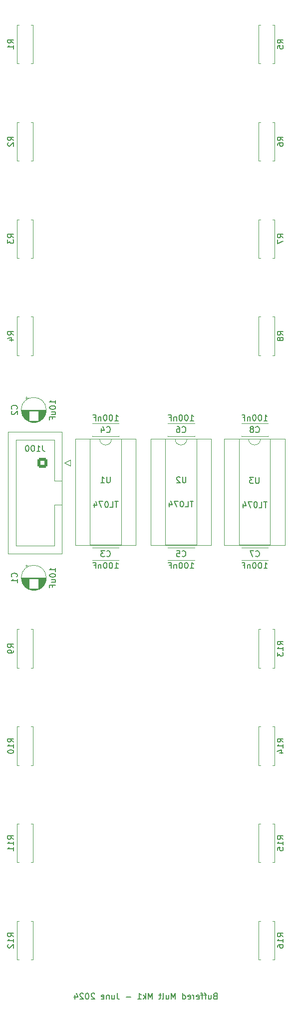
<source format=gbo>
G04 #@! TF.GenerationSoftware,KiCad,Pcbnew,8.0.3*
G04 #@! TF.CreationDate,2024-06-29T17:49:17+02:00*
G04 #@! TF.ProjectId,DMH_Buffered_Mult_PCB,444d485f-4275-4666-9665-7265645f4d75,1*
G04 #@! TF.SameCoordinates,Original*
G04 #@! TF.FileFunction,Legend,Bot*
G04 #@! TF.FilePolarity,Positive*
%FSLAX46Y46*%
G04 Gerber Fmt 4.6, Leading zero omitted, Abs format (unit mm)*
G04 Created by KiCad (PCBNEW 8.0.3) date 2024-06-29 17:49:17*
%MOMM*%
%LPD*%
G01*
G04 APERTURE LIST*
G04 Aperture macros list*
%AMRoundRect*
0 Rectangle with rounded corners*
0 $1 Rounding radius*
0 $2 $3 $4 $5 $6 $7 $8 $9 X,Y pos of 4 corners*
0 Add a 4 corners polygon primitive as box body*
4,1,4,$2,$3,$4,$5,$6,$7,$8,$9,$2,$3,0*
0 Add four circle primitives for the rounded corners*
1,1,$1+$1,$2,$3*
1,1,$1+$1,$4,$5*
1,1,$1+$1,$6,$7*
1,1,$1+$1,$8,$9*
0 Add four rect primitives between the rounded corners*
20,1,$1+$1,$2,$3,$4,$5,0*
20,1,$1+$1,$4,$5,$6,$7,0*
20,1,$1+$1,$6,$7,$8,$9,0*
20,1,$1+$1,$8,$9,$2,$3,0*%
%AMHorizOval*
0 Thick line with rounded ends*
0 $1 width*
0 $2 $3 position (X,Y) of the first rounded end (center of the circle)*
0 $4 $5 position (X,Y) of the second rounded end (center of the circle)*
0 Add line between two ends*
20,1,$1,$2,$3,$4,$5,0*
0 Add two circle primitives to create the rounded ends*
1,1,$1,$2,$3*
1,1,$1,$4,$5*%
G04 Aperture macros list end*
%ADD10C,0.150000*%
%ADD11C,0.120000*%
%ADD12HorizOval,1.712000X-0.533159X-0.533159X0.533159X0.533159X0*%
%ADD13O,1.712000X3.220000*%
%ADD14O,3.220000X1.712000*%
%ADD15R,1.700000X1.700000*%
%ADD16C,1.600000*%
%ADD17O,1.600000X1.600000*%
%ADD18RoundRect,0.250000X0.600000X0.600000X-0.600000X0.600000X-0.600000X-0.600000X0.600000X-0.600000X0*%
%ADD19C,1.700000*%
%ADD20R,1.600000X1.600000*%
%ADD21R,1.200000X1.200000*%
%ADD22C,1.200000*%
G04 APERTURE END LIST*
D10*
X61738097Y-210431009D02*
X61595240Y-210478628D01*
X61595240Y-210478628D02*
X61547621Y-210526247D01*
X61547621Y-210526247D02*
X61500002Y-210621485D01*
X61500002Y-210621485D02*
X61500002Y-210764342D01*
X61500002Y-210764342D02*
X61547621Y-210859580D01*
X61547621Y-210859580D02*
X61595240Y-210907200D01*
X61595240Y-210907200D02*
X61690478Y-210954819D01*
X61690478Y-210954819D02*
X62071430Y-210954819D01*
X62071430Y-210954819D02*
X62071430Y-209954819D01*
X62071430Y-209954819D02*
X61738097Y-209954819D01*
X61738097Y-209954819D02*
X61642859Y-210002438D01*
X61642859Y-210002438D02*
X61595240Y-210050057D01*
X61595240Y-210050057D02*
X61547621Y-210145295D01*
X61547621Y-210145295D02*
X61547621Y-210240533D01*
X61547621Y-210240533D02*
X61595240Y-210335771D01*
X61595240Y-210335771D02*
X61642859Y-210383390D01*
X61642859Y-210383390D02*
X61738097Y-210431009D01*
X61738097Y-210431009D02*
X62071430Y-210431009D01*
X60642859Y-210288152D02*
X60642859Y-210954819D01*
X61071430Y-210288152D02*
X61071430Y-210811961D01*
X61071430Y-210811961D02*
X61023811Y-210907200D01*
X61023811Y-210907200D02*
X60928573Y-210954819D01*
X60928573Y-210954819D02*
X60785716Y-210954819D01*
X60785716Y-210954819D02*
X60690478Y-210907200D01*
X60690478Y-210907200D02*
X60642859Y-210859580D01*
X60309525Y-210288152D02*
X59928573Y-210288152D01*
X60166668Y-210954819D02*
X60166668Y-210097676D01*
X60166668Y-210097676D02*
X60119049Y-210002438D01*
X60119049Y-210002438D02*
X60023811Y-209954819D01*
X60023811Y-209954819D02*
X59928573Y-209954819D01*
X59738096Y-210288152D02*
X59357144Y-210288152D01*
X59595239Y-210954819D02*
X59595239Y-210097676D01*
X59595239Y-210097676D02*
X59547620Y-210002438D01*
X59547620Y-210002438D02*
X59452382Y-209954819D01*
X59452382Y-209954819D02*
X59357144Y-209954819D01*
X58642858Y-210907200D02*
X58738096Y-210954819D01*
X58738096Y-210954819D02*
X58928572Y-210954819D01*
X58928572Y-210954819D02*
X59023810Y-210907200D01*
X59023810Y-210907200D02*
X59071429Y-210811961D01*
X59071429Y-210811961D02*
X59071429Y-210431009D01*
X59071429Y-210431009D02*
X59023810Y-210335771D01*
X59023810Y-210335771D02*
X58928572Y-210288152D01*
X58928572Y-210288152D02*
X58738096Y-210288152D01*
X58738096Y-210288152D02*
X58642858Y-210335771D01*
X58642858Y-210335771D02*
X58595239Y-210431009D01*
X58595239Y-210431009D02*
X58595239Y-210526247D01*
X58595239Y-210526247D02*
X59071429Y-210621485D01*
X58166667Y-210954819D02*
X58166667Y-210288152D01*
X58166667Y-210478628D02*
X58119048Y-210383390D01*
X58119048Y-210383390D02*
X58071429Y-210335771D01*
X58071429Y-210335771D02*
X57976191Y-210288152D01*
X57976191Y-210288152D02*
X57880953Y-210288152D01*
X57166667Y-210907200D02*
X57261905Y-210954819D01*
X57261905Y-210954819D02*
X57452381Y-210954819D01*
X57452381Y-210954819D02*
X57547619Y-210907200D01*
X57547619Y-210907200D02*
X57595238Y-210811961D01*
X57595238Y-210811961D02*
X57595238Y-210431009D01*
X57595238Y-210431009D02*
X57547619Y-210335771D01*
X57547619Y-210335771D02*
X57452381Y-210288152D01*
X57452381Y-210288152D02*
X57261905Y-210288152D01*
X57261905Y-210288152D02*
X57166667Y-210335771D01*
X57166667Y-210335771D02*
X57119048Y-210431009D01*
X57119048Y-210431009D02*
X57119048Y-210526247D01*
X57119048Y-210526247D02*
X57595238Y-210621485D01*
X56261905Y-210954819D02*
X56261905Y-209954819D01*
X56261905Y-210907200D02*
X56357143Y-210954819D01*
X56357143Y-210954819D02*
X56547619Y-210954819D01*
X56547619Y-210954819D02*
X56642857Y-210907200D01*
X56642857Y-210907200D02*
X56690476Y-210859580D01*
X56690476Y-210859580D02*
X56738095Y-210764342D01*
X56738095Y-210764342D02*
X56738095Y-210478628D01*
X56738095Y-210478628D02*
X56690476Y-210383390D01*
X56690476Y-210383390D02*
X56642857Y-210335771D01*
X56642857Y-210335771D02*
X56547619Y-210288152D01*
X56547619Y-210288152D02*
X56357143Y-210288152D01*
X56357143Y-210288152D02*
X56261905Y-210335771D01*
X55023809Y-210954819D02*
X55023809Y-209954819D01*
X55023809Y-209954819D02*
X54690476Y-210669104D01*
X54690476Y-210669104D02*
X54357143Y-209954819D01*
X54357143Y-209954819D02*
X54357143Y-210954819D01*
X53452381Y-210288152D02*
X53452381Y-210954819D01*
X53880952Y-210288152D02*
X53880952Y-210811961D01*
X53880952Y-210811961D02*
X53833333Y-210907200D01*
X53833333Y-210907200D02*
X53738095Y-210954819D01*
X53738095Y-210954819D02*
X53595238Y-210954819D01*
X53595238Y-210954819D02*
X53500000Y-210907200D01*
X53500000Y-210907200D02*
X53452381Y-210859580D01*
X52833333Y-210954819D02*
X52928571Y-210907200D01*
X52928571Y-210907200D02*
X52976190Y-210811961D01*
X52976190Y-210811961D02*
X52976190Y-209954819D01*
X52595237Y-210288152D02*
X52214285Y-210288152D01*
X52452380Y-209954819D02*
X52452380Y-210811961D01*
X52452380Y-210811961D02*
X52404761Y-210907200D01*
X52404761Y-210907200D02*
X52309523Y-210954819D01*
X52309523Y-210954819D02*
X52214285Y-210954819D01*
X51119046Y-210954819D02*
X51119046Y-209954819D01*
X51119046Y-209954819D02*
X50785713Y-210669104D01*
X50785713Y-210669104D02*
X50452380Y-209954819D01*
X50452380Y-209954819D02*
X50452380Y-210954819D01*
X49976189Y-210954819D02*
X49976189Y-209954819D01*
X49880951Y-210573866D02*
X49595237Y-210954819D01*
X49595237Y-210288152D02*
X49976189Y-210669104D01*
X48642856Y-210954819D02*
X49214284Y-210954819D01*
X48928570Y-210954819D02*
X48928570Y-209954819D01*
X48928570Y-209954819D02*
X49023808Y-210097676D01*
X49023808Y-210097676D02*
X49119046Y-210192914D01*
X49119046Y-210192914D02*
X49214284Y-210240533D01*
X47452379Y-210573866D02*
X46690475Y-210573866D01*
X45166665Y-209954819D02*
X45166665Y-210669104D01*
X45166665Y-210669104D02*
X45214284Y-210811961D01*
X45214284Y-210811961D02*
X45309522Y-210907200D01*
X45309522Y-210907200D02*
X45452379Y-210954819D01*
X45452379Y-210954819D02*
X45547617Y-210954819D01*
X44261903Y-210288152D02*
X44261903Y-210954819D01*
X44690474Y-210288152D02*
X44690474Y-210811961D01*
X44690474Y-210811961D02*
X44642855Y-210907200D01*
X44642855Y-210907200D02*
X44547617Y-210954819D01*
X44547617Y-210954819D02*
X44404760Y-210954819D01*
X44404760Y-210954819D02*
X44309522Y-210907200D01*
X44309522Y-210907200D02*
X44261903Y-210859580D01*
X43785712Y-210288152D02*
X43785712Y-210954819D01*
X43785712Y-210383390D02*
X43738093Y-210335771D01*
X43738093Y-210335771D02*
X43642855Y-210288152D01*
X43642855Y-210288152D02*
X43499998Y-210288152D01*
X43499998Y-210288152D02*
X43404760Y-210335771D01*
X43404760Y-210335771D02*
X43357141Y-210431009D01*
X43357141Y-210431009D02*
X43357141Y-210954819D01*
X42499998Y-210907200D02*
X42595236Y-210954819D01*
X42595236Y-210954819D02*
X42785712Y-210954819D01*
X42785712Y-210954819D02*
X42880950Y-210907200D01*
X42880950Y-210907200D02*
X42928569Y-210811961D01*
X42928569Y-210811961D02*
X42928569Y-210431009D01*
X42928569Y-210431009D02*
X42880950Y-210335771D01*
X42880950Y-210335771D02*
X42785712Y-210288152D01*
X42785712Y-210288152D02*
X42595236Y-210288152D01*
X42595236Y-210288152D02*
X42499998Y-210335771D01*
X42499998Y-210335771D02*
X42452379Y-210431009D01*
X42452379Y-210431009D02*
X42452379Y-210526247D01*
X42452379Y-210526247D02*
X42928569Y-210621485D01*
X41309521Y-210050057D02*
X41261902Y-210002438D01*
X41261902Y-210002438D02*
X41166664Y-209954819D01*
X41166664Y-209954819D02*
X40928569Y-209954819D01*
X40928569Y-209954819D02*
X40833331Y-210002438D01*
X40833331Y-210002438D02*
X40785712Y-210050057D01*
X40785712Y-210050057D02*
X40738093Y-210145295D01*
X40738093Y-210145295D02*
X40738093Y-210240533D01*
X40738093Y-210240533D02*
X40785712Y-210383390D01*
X40785712Y-210383390D02*
X41357140Y-210954819D01*
X41357140Y-210954819D02*
X40738093Y-210954819D01*
X40119045Y-209954819D02*
X40023807Y-209954819D01*
X40023807Y-209954819D02*
X39928569Y-210002438D01*
X39928569Y-210002438D02*
X39880950Y-210050057D01*
X39880950Y-210050057D02*
X39833331Y-210145295D01*
X39833331Y-210145295D02*
X39785712Y-210335771D01*
X39785712Y-210335771D02*
X39785712Y-210573866D01*
X39785712Y-210573866D02*
X39833331Y-210764342D01*
X39833331Y-210764342D02*
X39880950Y-210859580D01*
X39880950Y-210859580D02*
X39928569Y-210907200D01*
X39928569Y-210907200D02*
X40023807Y-210954819D01*
X40023807Y-210954819D02*
X40119045Y-210954819D01*
X40119045Y-210954819D02*
X40214283Y-210907200D01*
X40214283Y-210907200D02*
X40261902Y-210859580D01*
X40261902Y-210859580D02*
X40309521Y-210764342D01*
X40309521Y-210764342D02*
X40357140Y-210573866D01*
X40357140Y-210573866D02*
X40357140Y-210335771D01*
X40357140Y-210335771D02*
X40309521Y-210145295D01*
X40309521Y-210145295D02*
X40261902Y-210050057D01*
X40261902Y-210050057D02*
X40214283Y-210002438D01*
X40214283Y-210002438D02*
X40119045Y-209954819D01*
X39404759Y-210050057D02*
X39357140Y-210002438D01*
X39357140Y-210002438D02*
X39261902Y-209954819D01*
X39261902Y-209954819D02*
X39023807Y-209954819D01*
X39023807Y-209954819D02*
X38928569Y-210002438D01*
X38928569Y-210002438D02*
X38880950Y-210050057D01*
X38880950Y-210050057D02*
X38833331Y-210145295D01*
X38833331Y-210145295D02*
X38833331Y-210240533D01*
X38833331Y-210240533D02*
X38880950Y-210383390D01*
X38880950Y-210383390D02*
X39452378Y-210954819D01*
X39452378Y-210954819D02*
X38833331Y-210954819D01*
X37976188Y-210288152D02*
X37976188Y-210954819D01*
X38214283Y-209907200D02*
X38452378Y-210621485D01*
X38452378Y-210621485D02*
X37833331Y-210621485D01*
X27584819Y-167357142D02*
X27108628Y-167023809D01*
X27584819Y-166785714D02*
X26584819Y-166785714D01*
X26584819Y-166785714D02*
X26584819Y-167166666D01*
X26584819Y-167166666D02*
X26632438Y-167261904D01*
X26632438Y-167261904D02*
X26680057Y-167309523D01*
X26680057Y-167309523D02*
X26775295Y-167357142D01*
X26775295Y-167357142D02*
X26918152Y-167357142D01*
X26918152Y-167357142D02*
X27013390Y-167309523D01*
X27013390Y-167309523D02*
X27061009Y-167261904D01*
X27061009Y-167261904D02*
X27108628Y-167166666D01*
X27108628Y-167166666D02*
X27108628Y-166785714D01*
X27584819Y-168309523D02*
X27584819Y-167738095D01*
X27584819Y-168023809D02*
X26584819Y-168023809D01*
X26584819Y-168023809D02*
X26727676Y-167928571D01*
X26727676Y-167928571D02*
X26822914Y-167833333D01*
X26822914Y-167833333D02*
X26870533Y-167738095D01*
X26584819Y-168928571D02*
X26584819Y-169023809D01*
X26584819Y-169023809D02*
X26632438Y-169119047D01*
X26632438Y-169119047D02*
X26680057Y-169166666D01*
X26680057Y-169166666D02*
X26775295Y-169214285D01*
X26775295Y-169214285D02*
X26965771Y-169261904D01*
X26965771Y-169261904D02*
X27203866Y-169261904D01*
X27203866Y-169261904D02*
X27394342Y-169214285D01*
X27394342Y-169214285D02*
X27489580Y-169166666D01*
X27489580Y-169166666D02*
X27537200Y-169119047D01*
X27537200Y-169119047D02*
X27584819Y-169023809D01*
X27584819Y-169023809D02*
X27584819Y-168928571D01*
X27584819Y-168928571D02*
X27537200Y-168833333D01*
X27537200Y-168833333D02*
X27489580Y-168785714D01*
X27489580Y-168785714D02*
X27394342Y-168738095D01*
X27394342Y-168738095D02*
X27203866Y-168690476D01*
X27203866Y-168690476D02*
X26965771Y-168690476D01*
X26965771Y-168690476D02*
X26775295Y-168738095D01*
X26775295Y-168738095D02*
X26680057Y-168785714D01*
X26680057Y-168785714D02*
X26632438Y-168833333D01*
X26632438Y-168833333D02*
X26584819Y-168928571D01*
X27584819Y-65333333D02*
X27108628Y-65000000D01*
X27584819Y-64761905D02*
X26584819Y-64761905D01*
X26584819Y-64761905D02*
X26584819Y-65142857D01*
X26584819Y-65142857D02*
X26632438Y-65238095D01*
X26632438Y-65238095D02*
X26680057Y-65285714D01*
X26680057Y-65285714D02*
X26775295Y-65333333D01*
X26775295Y-65333333D02*
X26918152Y-65333333D01*
X26918152Y-65333333D02*
X27013390Y-65285714D01*
X27013390Y-65285714D02*
X27061009Y-65238095D01*
X27061009Y-65238095D02*
X27108628Y-65142857D01*
X27108628Y-65142857D02*
X27108628Y-64761905D01*
X26680057Y-65714286D02*
X26632438Y-65761905D01*
X26632438Y-65761905D02*
X26584819Y-65857143D01*
X26584819Y-65857143D02*
X26584819Y-66095238D01*
X26584819Y-66095238D02*
X26632438Y-66190476D01*
X26632438Y-66190476D02*
X26680057Y-66238095D01*
X26680057Y-66238095D02*
X26775295Y-66285714D01*
X26775295Y-66285714D02*
X26870533Y-66285714D01*
X26870533Y-66285714D02*
X27013390Y-66238095D01*
X27013390Y-66238095D02*
X27584819Y-65666667D01*
X27584819Y-65666667D02*
X27584819Y-66285714D01*
X56166666Y-135809580D02*
X56214285Y-135857200D01*
X56214285Y-135857200D02*
X56357142Y-135904819D01*
X56357142Y-135904819D02*
X56452380Y-135904819D01*
X56452380Y-135904819D02*
X56595237Y-135857200D01*
X56595237Y-135857200D02*
X56690475Y-135761961D01*
X56690475Y-135761961D02*
X56738094Y-135666723D01*
X56738094Y-135666723D02*
X56785713Y-135476247D01*
X56785713Y-135476247D02*
X56785713Y-135333390D01*
X56785713Y-135333390D02*
X56738094Y-135142914D01*
X56738094Y-135142914D02*
X56690475Y-135047676D01*
X56690475Y-135047676D02*
X56595237Y-134952438D01*
X56595237Y-134952438D02*
X56452380Y-134904819D01*
X56452380Y-134904819D02*
X56357142Y-134904819D01*
X56357142Y-134904819D02*
X56214285Y-134952438D01*
X56214285Y-134952438D02*
X56166666Y-135000057D01*
X55261904Y-134904819D02*
X55738094Y-134904819D01*
X55738094Y-134904819D02*
X55785713Y-135381009D01*
X55785713Y-135381009D02*
X55738094Y-135333390D01*
X55738094Y-135333390D02*
X55642856Y-135285771D01*
X55642856Y-135285771D02*
X55404761Y-135285771D01*
X55404761Y-135285771D02*
X55309523Y-135333390D01*
X55309523Y-135333390D02*
X55261904Y-135381009D01*
X55261904Y-135381009D02*
X55214285Y-135476247D01*
X55214285Y-135476247D02*
X55214285Y-135714342D01*
X55214285Y-135714342D02*
X55261904Y-135809580D01*
X55261904Y-135809580D02*
X55309523Y-135857200D01*
X55309523Y-135857200D02*
X55404761Y-135904819D01*
X55404761Y-135904819D02*
X55642856Y-135904819D01*
X55642856Y-135904819D02*
X55738094Y-135857200D01*
X55738094Y-135857200D02*
X55785713Y-135809580D01*
X57547619Y-137904819D02*
X58119047Y-137904819D01*
X57833333Y-137904819D02*
X57833333Y-136904819D01*
X57833333Y-136904819D02*
X57928571Y-137047676D01*
X57928571Y-137047676D02*
X58023809Y-137142914D01*
X58023809Y-137142914D02*
X58119047Y-137190533D01*
X56928571Y-136904819D02*
X56833333Y-136904819D01*
X56833333Y-136904819D02*
X56738095Y-136952438D01*
X56738095Y-136952438D02*
X56690476Y-137000057D01*
X56690476Y-137000057D02*
X56642857Y-137095295D01*
X56642857Y-137095295D02*
X56595238Y-137285771D01*
X56595238Y-137285771D02*
X56595238Y-137523866D01*
X56595238Y-137523866D02*
X56642857Y-137714342D01*
X56642857Y-137714342D02*
X56690476Y-137809580D01*
X56690476Y-137809580D02*
X56738095Y-137857200D01*
X56738095Y-137857200D02*
X56833333Y-137904819D01*
X56833333Y-137904819D02*
X56928571Y-137904819D01*
X56928571Y-137904819D02*
X57023809Y-137857200D01*
X57023809Y-137857200D02*
X57071428Y-137809580D01*
X57071428Y-137809580D02*
X57119047Y-137714342D01*
X57119047Y-137714342D02*
X57166666Y-137523866D01*
X57166666Y-137523866D02*
X57166666Y-137285771D01*
X57166666Y-137285771D02*
X57119047Y-137095295D01*
X57119047Y-137095295D02*
X57071428Y-137000057D01*
X57071428Y-137000057D02*
X57023809Y-136952438D01*
X57023809Y-136952438D02*
X56928571Y-136904819D01*
X55976190Y-136904819D02*
X55880952Y-136904819D01*
X55880952Y-136904819D02*
X55785714Y-136952438D01*
X55785714Y-136952438D02*
X55738095Y-137000057D01*
X55738095Y-137000057D02*
X55690476Y-137095295D01*
X55690476Y-137095295D02*
X55642857Y-137285771D01*
X55642857Y-137285771D02*
X55642857Y-137523866D01*
X55642857Y-137523866D02*
X55690476Y-137714342D01*
X55690476Y-137714342D02*
X55738095Y-137809580D01*
X55738095Y-137809580D02*
X55785714Y-137857200D01*
X55785714Y-137857200D02*
X55880952Y-137904819D01*
X55880952Y-137904819D02*
X55976190Y-137904819D01*
X55976190Y-137904819D02*
X56071428Y-137857200D01*
X56071428Y-137857200D02*
X56119047Y-137809580D01*
X56119047Y-137809580D02*
X56166666Y-137714342D01*
X56166666Y-137714342D02*
X56214285Y-137523866D01*
X56214285Y-137523866D02*
X56214285Y-137285771D01*
X56214285Y-137285771D02*
X56166666Y-137095295D01*
X56166666Y-137095295D02*
X56119047Y-137000057D01*
X56119047Y-137000057D02*
X56071428Y-136952438D01*
X56071428Y-136952438D02*
X55976190Y-136904819D01*
X55214285Y-137238152D02*
X55214285Y-137904819D01*
X55214285Y-137333390D02*
X55166666Y-137285771D01*
X55166666Y-137285771D02*
X55071428Y-137238152D01*
X55071428Y-137238152D02*
X54928571Y-137238152D01*
X54928571Y-137238152D02*
X54833333Y-137285771D01*
X54833333Y-137285771D02*
X54785714Y-137381009D01*
X54785714Y-137381009D02*
X54785714Y-137904819D01*
X53976190Y-137381009D02*
X54309523Y-137381009D01*
X54309523Y-137904819D02*
X54309523Y-136904819D01*
X54309523Y-136904819D02*
X53833333Y-136904819D01*
X32515714Y-117034819D02*
X32515714Y-117749104D01*
X32515714Y-117749104D02*
X32563333Y-117891961D01*
X32563333Y-117891961D02*
X32658571Y-117987200D01*
X32658571Y-117987200D02*
X32801428Y-118034819D01*
X32801428Y-118034819D02*
X32896666Y-118034819D01*
X31515714Y-118034819D02*
X32087142Y-118034819D01*
X31801428Y-118034819D02*
X31801428Y-117034819D01*
X31801428Y-117034819D02*
X31896666Y-117177676D01*
X31896666Y-117177676D02*
X31991904Y-117272914D01*
X31991904Y-117272914D02*
X32087142Y-117320533D01*
X30896666Y-117034819D02*
X30801428Y-117034819D01*
X30801428Y-117034819D02*
X30706190Y-117082438D01*
X30706190Y-117082438D02*
X30658571Y-117130057D01*
X30658571Y-117130057D02*
X30610952Y-117225295D01*
X30610952Y-117225295D02*
X30563333Y-117415771D01*
X30563333Y-117415771D02*
X30563333Y-117653866D01*
X30563333Y-117653866D02*
X30610952Y-117844342D01*
X30610952Y-117844342D02*
X30658571Y-117939580D01*
X30658571Y-117939580D02*
X30706190Y-117987200D01*
X30706190Y-117987200D02*
X30801428Y-118034819D01*
X30801428Y-118034819D02*
X30896666Y-118034819D01*
X30896666Y-118034819D02*
X30991904Y-117987200D01*
X30991904Y-117987200D02*
X31039523Y-117939580D01*
X31039523Y-117939580D02*
X31087142Y-117844342D01*
X31087142Y-117844342D02*
X31134761Y-117653866D01*
X31134761Y-117653866D02*
X31134761Y-117415771D01*
X31134761Y-117415771D02*
X31087142Y-117225295D01*
X31087142Y-117225295D02*
X31039523Y-117130057D01*
X31039523Y-117130057D02*
X30991904Y-117082438D01*
X30991904Y-117082438D02*
X30896666Y-117034819D01*
X29944285Y-117034819D02*
X29849047Y-117034819D01*
X29849047Y-117034819D02*
X29753809Y-117082438D01*
X29753809Y-117082438D02*
X29706190Y-117130057D01*
X29706190Y-117130057D02*
X29658571Y-117225295D01*
X29658571Y-117225295D02*
X29610952Y-117415771D01*
X29610952Y-117415771D02*
X29610952Y-117653866D01*
X29610952Y-117653866D02*
X29658571Y-117844342D01*
X29658571Y-117844342D02*
X29706190Y-117939580D01*
X29706190Y-117939580D02*
X29753809Y-117987200D01*
X29753809Y-117987200D02*
X29849047Y-118034819D01*
X29849047Y-118034819D02*
X29944285Y-118034819D01*
X29944285Y-118034819D02*
X30039523Y-117987200D01*
X30039523Y-117987200D02*
X30087142Y-117939580D01*
X30087142Y-117939580D02*
X30134761Y-117844342D01*
X30134761Y-117844342D02*
X30182380Y-117653866D01*
X30182380Y-117653866D02*
X30182380Y-117415771D01*
X30182380Y-117415771D02*
X30134761Y-117225295D01*
X30134761Y-117225295D02*
X30087142Y-117130057D01*
X30087142Y-117130057D02*
X30039523Y-117082438D01*
X30039523Y-117082438D02*
X29944285Y-117034819D01*
X73324819Y-150857142D02*
X72848628Y-150523809D01*
X73324819Y-150285714D02*
X72324819Y-150285714D01*
X72324819Y-150285714D02*
X72324819Y-150666666D01*
X72324819Y-150666666D02*
X72372438Y-150761904D01*
X72372438Y-150761904D02*
X72420057Y-150809523D01*
X72420057Y-150809523D02*
X72515295Y-150857142D01*
X72515295Y-150857142D02*
X72658152Y-150857142D01*
X72658152Y-150857142D02*
X72753390Y-150809523D01*
X72753390Y-150809523D02*
X72801009Y-150761904D01*
X72801009Y-150761904D02*
X72848628Y-150666666D01*
X72848628Y-150666666D02*
X72848628Y-150285714D01*
X73324819Y-151809523D02*
X73324819Y-151238095D01*
X73324819Y-151523809D02*
X72324819Y-151523809D01*
X72324819Y-151523809D02*
X72467676Y-151428571D01*
X72467676Y-151428571D02*
X72562914Y-151333333D01*
X72562914Y-151333333D02*
X72610533Y-151238095D01*
X72324819Y-152142857D02*
X72324819Y-152761904D01*
X72324819Y-152761904D02*
X72705771Y-152428571D01*
X72705771Y-152428571D02*
X72705771Y-152571428D01*
X72705771Y-152571428D02*
X72753390Y-152666666D01*
X72753390Y-152666666D02*
X72801009Y-152714285D01*
X72801009Y-152714285D02*
X72896247Y-152761904D01*
X72896247Y-152761904D02*
X73134342Y-152761904D01*
X73134342Y-152761904D02*
X73229580Y-152714285D01*
X73229580Y-152714285D02*
X73277200Y-152666666D01*
X73277200Y-152666666D02*
X73324819Y-152571428D01*
X73324819Y-152571428D02*
X73324819Y-152285714D01*
X73324819Y-152285714D02*
X73277200Y-152190476D01*
X73277200Y-152190476D02*
X73229580Y-152142857D01*
X73324819Y-81833333D02*
X72848628Y-81500000D01*
X73324819Y-81261905D02*
X72324819Y-81261905D01*
X72324819Y-81261905D02*
X72324819Y-81642857D01*
X72324819Y-81642857D02*
X72372438Y-81738095D01*
X72372438Y-81738095D02*
X72420057Y-81785714D01*
X72420057Y-81785714D02*
X72515295Y-81833333D01*
X72515295Y-81833333D02*
X72658152Y-81833333D01*
X72658152Y-81833333D02*
X72753390Y-81785714D01*
X72753390Y-81785714D02*
X72801009Y-81738095D01*
X72801009Y-81738095D02*
X72848628Y-81642857D01*
X72848628Y-81642857D02*
X72848628Y-81261905D01*
X72324819Y-82166667D02*
X72324819Y-82833333D01*
X72324819Y-82833333D02*
X73324819Y-82404762D01*
X73324819Y-167357142D02*
X72848628Y-167023809D01*
X73324819Y-166785714D02*
X72324819Y-166785714D01*
X72324819Y-166785714D02*
X72324819Y-167166666D01*
X72324819Y-167166666D02*
X72372438Y-167261904D01*
X72372438Y-167261904D02*
X72420057Y-167309523D01*
X72420057Y-167309523D02*
X72515295Y-167357142D01*
X72515295Y-167357142D02*
X72658152Y-167357142D01*
X72658152Y-167357142D02*
X72753390Y-167309523D01*
X72753390Y-167309523D02*
X72801009Y-167261904D01*
X72801009Y-167261904D02*
X72848628Y-167166666D01*
X72848628Y-167166666D02*
X72848628Y-166785714D01*
X73324819Y-168309523D02*
X73324819Y-167738095D01*
X73324819Y-168023809D02*
X72324819Y-168023809D01*
X72324819Y-168023809D02*
X72467676Y-167928571D01*
X72467676Y-167928571D02*
X72562914Y-167833333D01*
X72562914Y-167833333D02*
X72610533Y-167738095D01*
X72658152Y-169166666D02*
X73324819Y-169166666D01*
X72277200Y-168928571D02*
X72991485Y-168690476D01*
X72991485Y-168690476D02*
X72991485Y-169309523D01*
X56811904Y-122379819D02*
X56811904Y-123189342D01*
X56811904Y-123189342D02*
X56764285Y-123284580D01*
X56764285Y-123284580D02*
X56716666Y-123332200D01*
X56716666Y-123332200D02*
X56621428Y-123379819D01*
X56621428Y-123379819D02*
X56430952Y-123379819D01*
X56430952Y-123379819D02*
X56335714Y-123332200D01*
X56335714Y-123332200D02*
X56288095Y-123284580D01*
X56288095Y-123284580D02*
X56240476Y-123189342D01*
X56240476Y-123189342D02*
X56240476Y-122379819D01*
X55811904Y-122475057D02*
X55764285Y-122427438D01*
X55764285Y-122427438D02*
X55669047Y-122379819D01*
X55669047Y-122379819D02*
X55430952Y-122379819D01*
X55430952Y-122379819D02*
X55335714Y-122427438D01*
X55335714Y-122427438D02*
X55288095Y-122475057D01*
X55288095Y-122475057D02*
X55240476Y-122570295D01*
X55240476Y-122570295D02*
X55240476Y-122665533D01*
X55240476Y-122665533D02*
X55288095Y-122808390D01*
X55288095Y-122808390D02*
X55859523Y-123379819D01*
X55859523Y-123379819D02*
X55240476Y-123379819D01*
X58069047Y-126479819D02*
X57497619Y-126479819D01*
X57783333Y-127479819D02*
X57783333Y-126479819D01*
X56688095Y-127479819D02*
X57164285Y-127479819D01*
X57164285Y-127479819D02*
X57164285Y-126479819D01*
X56164285Y-126479819D02*
X56069047Y-126479819D01*
X56069047Y-126479819D02*
X55973809Y-126527438D01*
X55973809Y-126527438D02*
X55926190Y-126575057D01*
X55926190Y-126575057D02*
X55878571Y-126670295D01*
X55878571Y-126670295D02*
X55830952Y-126860771D01*
X55830952Y-126860771D02*
X55830952Y-127098866D01*
X55830952Y-127098866D02*
X55878571Y-127289342D01*
X55878571Y-127289342D02*
X55926190Y-127384580D01*
X55926190Y-127384580D02*
X55973809Y-127432200D01*
X55973809Y-127432200D02*
X56069047Y-127479819D01*
X56069047Y-127479819D02*
X56164285Y-127479819D01*
X56164285Y-127479819D02*
X56259523Y-127432200D01*
X56259523Y-127432200D02*
X56307142Y-127384580D01*
X56307142Y-127384580D02*
X56354761Y-127289342D01*
X56354761Y-127289342D02*
X56402380Y-127098866D01*
X56402380Y-127098866D02*
X56402380Y-126860771D01*
X56402380Y-126860771D02*
X56354761Y-126670295D01*
X56354761Y-126670295D02*
X56307142Y-126575057D01*
X56307142Y-126575057D02*
X56259523Y-126527438D01*
X56259523Y-126527438D02*
X56164285Y-126479819D01*
X55497618Y-126479819D02*
X54830952Y-126479819D01*
X54830952Y-126479819D02*
X55259523Y-127479819D01*
X54021428Y-126813152D02*
X54021428Y-127479819D01*
X54259523Y-126432200D02*
X54497618Y-127146485D01*
X54497618Y-127146485D02*
X53878571Y-127146485D01*
X27584819Y-98333333D02*
X27108628Y-98000000D01*
X27584819Y-97761905D02*
X26584819Y-97761905D01*
X26584819Y-97761905D02*
X26584819Y-98142857D01*
X26584819Y-98142857D02*
X26632438Y-98238095D01*
X26632438Y-98238095D02*
X26680057Y-98285714D01*
X26680057Y-98285714D02*
X26775295Y-98333333D01*
X26775295Y-98333333D02*
X26918152Y-98333333D01*
X26918152Y-98333333D02*
X27013390Y-98285714D01*
X27013390Y-98285714D02*
X27061009Y-98238095D01*
X27061009Y-98238095D02*
X27108628Y-98142857D01*
X27108628Y-98142857D02*
X27108628Y-97761905D01*
X26918152Y-99190476D02*
X27584819Y-99190476D01*
X26537200Y-98952381D02*
X27251485Y-98714286D01*
X27251485Y-98714286D02*
X27251485Y-99333333D01*
X27584819Y-200357142D02*
X27108628Y-200023809D01*
X27584819Y-199785714D02*
X26584819Y-199785714D01*
X26584819Y-199785714D02*
X26584819Y-200166666D01*
X26584819Y-200166666D02*
X26632438Y-200261904D01*
X26632438Y-200261904D02*
X26680057Y-200309523D01*
X26680057Y-200309523D02*
X26775295Y-200357142D01*
X26775295Y-200357142D02*
X26918152Y-200357142D01*
X26918152Y-200357142D02*
X27013390Y-200309523D01*
X27013390Y-200309523D02*
X27061009Y-200261904D01*
X27061009Y-200261904D02*
X27108628Y-200166666D01*
X27108628Y-200166666D02*
X27108628Y-199785714D01*
X27584819Y-201309523D02*
X27584819Y-200738095D01*
X27584819Y-201023809D02*
X26584819Y-201023809D01*
X26584819Y-201023809D02*
X26727676Y-200928571D01*
X26727676Y-200928571D02*
X26822914Y-200833333D01*
X26822914Y-200833333D02*
X26870533Y-200738095D01*
X26680057Y-201690476D02*
X26632438Y-201738095D01*
X26632438Y-201738095D02*
X26584819Y-201833333D01*
X26584819Y-201833333D02*
X26584819Y-202071428D01*
X26584819Y-202071428D02*
X26632438Y-202166666D01*
X26632438Y-202166666D02*
X26680057Y-202214285D01*
X26680057Y-202214285D02*
X26775295Y-202261904D01*
X26775295Y-202261904D02*
X26870533Y-202261904D01*
X26870533Y-202261904D02*
X27013390Y-202214285D01*
X27013390Y-202214285D02*
X27584819Y-201642857D01*
X27584819Y-201642857D02*
X27584819Y-202261904D01*
X27584819Y-48833333D02*
X27108628Y-48500000D01*
X27584819Y-48261905D02*
X26584819Y-48261905D01*
X26584819Y-48261905D02*
X26584819Y-48642857D01*
X26584819Y-48642857D02*
X26632438Y-48738095D01*
X26632438Y-48738095D02*
X26680057Y-48785714D01*
X26680057Y-48785714D02*
X26775295Y-48833333D01*
X26775295Y-48833333D02*
X26918152Y-48833333D01*
X26918152Y-48833333D02*
X27013390Y-48785714D01*
X27013390Y-48785714D02*
X27061009Y-48738095D01*
X27061009Y-48738095D02*
X27108628Y-48642857D01*
X27108628Y-48642857D02*
X27108628Y-48261905D01*
X27584819Y-49785714D02*
X27584819Y-49214286D01*
X27584819Y-49500000D02*
X26584819Y-49500000D01*
X26584819Y-49500000D02*
X26727676Y-49404762D01*
X26727676Y-49404762D02*
X26822914Y-49309524D01*
X26822914Y-49309524D02*
X26870533Y-49214286D01*
X43366666Y-114759580D02*
X43414285Y-114807200D01*
X43414285Y-114807200D02*
X43557142Y-114854819D01*
X43557142Y-114854819D02*
X43652380Y-114854819D01*
X43652380Y-114854819D02*
X43795237Y-114807200D01*
X43795237Y-114807200D02*
X43890475Y-114711961D01*
X43890475Y-114711961D02*
X43938094Y-114616723D01*
X43938094Y-114616723D02*
X43985713Y-114426247D01*
X43985713Y-114426247D02*
X43985713Y-114283390D01*
X43985713Y-114283390D02*
X43938094Y-114092914D01*
X43938094Y-114092914D02*
X43890475Y-113997676D01*
X43890475Y-113997676D02*
X43795237Y-113902438D01*
X43795237Y-113902438D02*
X43652380Y-113854819D01*
X43652380Y-113854819D02*
X43557142Y-113854819D01*
X43557142Y-113854819D02*
X43414285Y-113902438D01*
X43414285Y-113902438D02*
X43366666Y-113950057D01*
X42509523Y-114188152D02*
X42509523Y-114854819D01*
X42747618Y-113807200D02*
X42985713Y-114521485D01*
X42985713Y-114521485D02*
X42366666Y-114521485D01*
X44747619Y-112854819D02*
X45319047Y-112854819D01*
X45033333Y-112854819D02*
X45033333Y-111854819D01*
X45033333Y-111854819D02*
X45128571Y-111997676D01*
X45128571Y-111997676D02*
X45223809Y-112092914D01*
X45223809Y-112092914D02*
X45319047Y-112140533D01*
X44128571Y-111854819D02*
X44033333Y-111854819D01*
X44033333Y-111854819D02*
X43938095Y-111902438D01*
X43938095Y-111902438D02*
X43890476Y-111950057D01*
X43890476Y-111950057D02*
X43842857Y-112045295D01*
X43842857Y-112045295D02*
X43795238Y-112235771D01*
X43795238Y-112235771D02*
X43795238Y-112473866D01*
X43795238Y-112473866D02*
X43842857Y-112664342D01*
X43842857Y-112664342D02*
X43890476Y-112759580D01*
X43890476Y-112759580D02*
X43938095Y-112807200D01*
X43938095Y-112807200D02*
X44033333Y-112854819D01*
X44033333Y-112854819D02*
X44128571Y-112854819D01*
X44128571Y-112854819D02*
X44223809Y-112807200D01*
X44223809Y-112807200D02*
X44271428Y-112759580D01*
X44271428Y-112759580D02*
X44319047Y-112664342D01*
X44319047Y-112664342D02*
X44366666Y-112473866D01*
X44366666Y-112473866D02*
X44366666Y-112235771D01*
X44366666Y-112235771D02*
X44319047Y-112045295D01*
X44319047Y-112045295D02*
X44271428Y-111950057D01*
X44271428Y-111950057D02*
X44223809Y-111902438D01*
X44223809Y-111902438D02*
X44128571Y-111854819D01*
X43176190Y-111854819D02*
X43080952Y-111854819D01*
X43080952Y-111854819D02*
X42985714Y-111902438D01*
X42985714Y-111902438D02*
X42938095Y-111950057D01*
X42938095Y-111950057D02*
X42890476Y-112045295D01*
X42890476Y-112045295D02*
X42842857Y-112235771D01*
X42842857Y-112235771D02*
X42842857Y-112473866D01*
X42842857Y-112473866D02*
X42890476Y-112664342D01*
X42890476Y-112664342D02*
X42938095Y-112759580D01*
X42938095Y-112759580D02*
X42985714Y-112807200D01*
X42985714Y-112807200D02*
X43080952Y-112854819D01*
X43080952Y-112854819D02*
X43176190Y-112854819D01*
X43176190Y-112854819D02*
X43271428Y-112807200D01*
X43271428Y-112807200D02*
X43319047Y-112759580D01*
X43319047Y-112759580D02*
X43366666Y-112664342D01*
X43366666Y-112664342D02*
X43414285Y-112473866D01*
X43414285Y-112473866D02*
X43414285Y-112235771D01*
X43414285Y-112235771D02*
X43366666Y-112045295D01*
X43366666Y-112045295D02*
X43319047Y-111950057D01*
X43319047Y-111950057D02*
X43271428Y-111902438D01*
X43271428Y-111902438D02*
X43176190Y-111854819D01*
X42414285Y-112188152D02*
X42414285Y-112854819D01*
X42414285Y-112283390D02*
X42366666Y-112235771D01*
X42366666Y-112235771D02*
X42271428Y-112188152D01*
X42271428Y-112188152D02*
X42128571Y-112188152D01*
X42128571Y-112188152D02*
X42033333Y-112235771D01*
X42033333Y-112235771D02*
X41985714Y-112331009D01*
X41985714Y-112331009D02*
X41985714Y-112854819D01*
X41176190Y-112331009D02*
X41509523Y-112331009D01*
X41509523Y-112854819D02*
X41509523Y-111854819D01*
X41509523Y-111854819D02*
X41033333Y-111854819D01*
X73324819Y-48833333D02*
X72848628Y-48500000D01*
X73324819Y-48261905D02*
X72324819Y-48261905D01*
X72324819Y-48261905D02*
X72324819Y-48642857D01*
X72324819Y-48642857D02*
X72372438Y-48738095D01*
X72372438Y-48738095D02*
X72420057Y-48785714D01*
X72420057Y-48785714D02*
X72515295Y-48833333D01*
X72515295Y-48833333D02*
X72658152Y-48833333D01*
X72658152Y-48833333D02*
X72753390Y-48785714D01*
X72753390Y-48785714D02*
X72801009Y-48738095D01*
X72801009Y-48738095D02*
X72848628Y-48642857D01*
X72848628Y-48642857D02*
X72848628Y-48261905D01*
X72324819Y-49738095D02*
X72324819Y-49261905D01*
X72324819Y-49261905D02*
X72801009Y-49214286D01*
X72801009Y-49214286D02*
X72753390Y-49261905D01*
X72753390Y-49261905D02*
X72705771Y-49357143D01*
X72705771Y-49357143D02*
X72705771Y-49595238D01*
X72705771Y-49595238D02*
X72753390Y-49690476D01*
X72753390Y-49690476D02*
X72801009Y-49738095D01*
X72801009Y-49738095D02*
X72896247Y-49785714D01*
X72896247Y-49785714D02*
X73134342Y-49785714D01*
X73134342Y-49785714D02*
X73229580Y-49738095D01*
X73229580Y-49738095D02*
X73277200Y-49690476D01*
X73277200Y-49690476D02*
X73324819Y-49595238D01*
X73324819Y-49595238D02*
X73324819Y-49357143D01*
X73324819Y-49357143D02*
X73277200Y-49261905D01*
X73277200Y-49261905D02*
X73229580Y-49214286D01*
X27584819Y-151333333D02*
X27108628Y-151000000D01*
X27584819Y-150761905D02*
X26584819Y-150761905D01*
X26584819Y-150761905D02*
X26584819Y-151142857D01*
X26584819Y-151142857D02*
X26632438Y-151238095D01*
X26632438Y-151238095D02*
X26680057Y-151285714D01*
X26680057Y-151285714D02*
X26775295Y-151333333D01*
X26775295Y-151333333D02*
X26918152Y-151333333D01*
X26918152Y-151333333D02*
X27013390Y-151285714D01*
X27013390Y-151285714D02*
X27061009Y-151238095D01*
X27061009Y-151238095D02*
X27108628Y-151142857D01*
X27108628Y-151142857D02*
X27108628Y-150761905D01*
X27584819Y-151809524D02*
X27584819Y-152000000D01*
X27584819Y-152000000D02*
X27537200Y-152095238D01*
X27537200Y-152095238D02*
X27489580Y-152142857D01*
X27489580Y-152142857D02*
X27346723Y-152238095D01*
X27346723Y-152238095D02*
X27156247Y-152285714D01*
X27156247Y-152285714D02*
X26775295Y-152285714D01*
X26775295Y-152285714D02*
X26680057Y-152238095D01*
X26680057Y-152238095D02*
X26632438Y-152190476D01*
X26632438Y-152190476D02*
X26584819Y-152095238D01*
X26584819Y-152095238D02*
X26584819Y-151904762D01*
X26584819Y-151904762D02*
X26632438Y-151809524D01*
X26632438Y-151809524D02*
X26680057Y-151761905D01*
X26680057Y-151761905D02*
X26775295Y-151714286D01*
X26775295Y-151714286D02*
X27013390Y-151714286D01*
X27013390Y-151714286D02*
X27108628Y-151761905D01*
X27108628Y-151761905D02*
X27156247Y-151809524D01*
X27156247Y-151809524D02*
X27203866Y-151904762D01*
X27203866Y-151904762D02*
X27203866Y-152095238D01*
X27203866Y-152095238D02*
X27156247Y-152190476D01*
X27156247Y-152190476D02*
X27108628Y-152238095D01*
X27108628Y-152238095D02*
X27013390Y-152285714D01*
X73324819Y-65333333D02*
X72848628Y-65000000D01*
X73324819Y-64761905D02*
X72324819Y-64761905D01*
X72324819Y-64761905D02*
X72324819Y-65142857D01*
X72324819Y-65142857D02*
X72372438Y-65238095D01*
X72372438Y-65238095D02*
X72420057Y-65285714D01*
X72420057Y-65285714D02*
X72515295Y-65333333D01*
X72515295Y-65333333D02*
X72658152Y-65333333D01*
X72658152Y-65333333D02*
X72753390Y-65285714D01*
X72753390Y-65285714D02*
X72801009Y-65238095D01*
X72801009Y-65238095D02*
X72848628Y-65142857D01*
X72848628Y-65142857D02*
X72848628Y-64761905D01*
X72324819Y-66190476D02*
X72324819Y-66000000D01*
X72324819Y-66000000D02*
X72372438Y-65904762D01*
X72372438Y-65904762D02*
X72420057Y-65857143D01*
X72420057Y-65857143D02*
X72562914Y-65761905D01*
X72562914Y-65761905D02*
X72753390Y-65714286D01*
X72753390Y-65714286D02*
X73134342Y-65714286D01*
X73134342Y-65714286D02*
X73229580Y-65761905D01*
X73229580Y-65761905D02*
X73277200Y-65809524D01*
X73277200Y-65809524D02*
X73324819Y-65904762D01*
X73324819Y-65904762D02*
X73324819Y-66095238D01*
X73324819Y-66095238D02*
X73277200Y-66190476D01*
X73277200Y-66190476D02*
X73229580Y-66238095D01*
X73229580Y-66238095D02*
X73134342Y-66285714D01*
X73134342Y-66285714D02*
X72896247Y-66285714D01*
X72896247Y-66285714D02*
X72801009Y-66238095D01*
X72801009Y-66238095D02*
X72753390Y-66190476D01*
X72753390Y-66190476D02*
X72705771Y-66095238D01*
X72705771Y-66095238D02*
X72705771Y-65904762D01*
X72705771Y-65904762D02*
X72753390Y-65809524D01*
X72753390Y-65809524D02*
X72801009Y-65761905D01*
X72801009Y-65761905D02*
X72896247Y-65714286D01*
X68666666Y-114759580D02*
X68714285Y-114807200D01*
X68714285Y-114807200D02*
X68857142Y-114854819D01*
X68857142Y-114854819D02*
X68952380Y-114854819D01*
X68952380Y-114854819D02*
X69095237Y-114807200D01*
X69095237Y-114807200D02*
X69190475Y-114711961D01*
X69190475Y-114711961D02*
X69238094Y-114616723D01*
X69238094Y-114616723D02*
X69285713Y-114426247D01*
X69285713Y-114426247D02*
X69285713Y-114283390D01*
X69285713Y-114283390D02*
X69238094Y-114092914D01*
X69238094Y-114092914D02*
X69190475Y-113997676D01*
X69190475Y-113997676D02*
X69095237Y-113902438D01*
X69095237Y-113902438D02*
X68952380Y-113854819D01*
X68952380Y-113854819D02*
X68857142Y-113854819D01*
X68857142Y-113854819D02*
X68714285Y-113902438D01*
X68714285Y-113902438D02*
X68666666Y-113950057D01*
X68095237Y-114283390D02*
X68190475Y-114235771D01*
X68190475Y-114235771D02*
X68238094Y-114188152D01*
X68238094Y-114188152D02*
X68285713Y-114092914D01*
X68285713Y-114092914D02*
X68285713Y-114045295D01*
X68285713Y-114045295D02*
X68238094Y-113950057D01*
X68238094Y-113950057D02*
X68190475Y-113902438D01*
X68190475Y-113902438D02*
X68095237Y-113854819D01*
X68095237Y-113854819D02*
X67904761Y-113854819D01*
X67904761Y-113854819D02*
X67809523Y-113902438D01*
X67809523Y-113902438D02*
X67761904Y-113950057D01*
X67761904Y-113950057D02*
X67714285Y-114045295D01*
X67714285Y-114045295D02*
X67714285Y-114092914D01*
X67714285Y-114092914D02*
X67761904Y-114188152D01*
X67761904Y-114188152D02*
X67809523Y-114235771D01*
X67809523Y-114235771D02*
X67904761Y-114283390D01*
X67904761Y-114283390D02*
X68095237Y-114283390D01*
X68095237Y-114283390D02*
X68190475Y-114331009D01*
X68190475Y-114331009D02*
X68238094Y-114378628D01*
X68238094Y-114378628D02*
X68285713Y-114473866D01*
X68285713Y-114473866D02*
X68285713Y-114664342D01*
X68285713Y-114664342D02*
X68238094Y-114759580D01*
X68238094Y-114759580D02*
X68190475Y-114807200D01*
X68190475Y-114807200D02*
X68095237Y-114854819D01*
X68095237Y-114854819D02*
X67904761Y-114854819D01*
X67904761Y-114854819D02*
X67809523Y-114807200D01*
X67809523Y-114807200D02*
X67761904Y-114759580D01*
X67761904Y-114759580D02*
X67714285Y-114664342D01*
X67714285Y-114664342D02*
X67714285Y-114473866D01*
X67714285Y-114473866D02*
X67761904Y-114378628D01*
X67761904Y-114378628D02*
X67809523Y-114331009D01*
X67809523Y-114331009D02*
X67904761Y-114283390D01*
X70047619Y-112854819D02*
X70619047Y-112854819D01*
X70333333Y-112854819D02*
X70333333Y-111854819D01*
X70333333Y-111854819D02*
X70428571Y-111997676D01*
X70428571Y-111997676D02*
X70523809Y-112092914D01*
X70523809Y-112092914D02*
X70619047Y-112140533D01*
X69428571Y-111854819D02*
X69333333Y-111854819D01*
X69333333Y-111854819D02*
X69238095Y-111902438D01*
X69238095Y-111902438D02*
X69190476Y-111950057D01*
X69190476Y-111950057D02*
X69142857Y-112045295D01*
X69142857Y-112045295D02*
X69095238Y-112235771D01*
X69095238Y-112235771D02*
X69095238Y-112473866D01*
X69095238Y-112473866D02*
X69142857Y-112664342D01*
X69142857Y-112664342D02*
X69190476Y-112759580D01*
X69190476Y-112759580D02*
X69238095Y-112807200D01*
X69238095Y-112807200D02*
X69333333Y-112854819D01*
X69333333Y-112854819D02*
X69428571Y-112854819D01*
X69428571Y-112854819D02*
X69523809Y-112807200D01*
X69523809Y-112807200D02*
X69571428Y-112759580D01*
X69571428Y-112759580D02*
X69619047Y-112664342D01*
X69619047Y-112664342D02*
X69666666Y-112473866D01*
X69666666Y-112473866D02*
X69666666Y-112235771D01*
X69666666Y-112235771D02*
X69619047Y-112045295D01*
X69619047Y-112045295D02*
X69571428Y-111950057D01*
X69571428Y-111950057D02*
X69523809Y-111902438D01*
X69523809Y-111902438D02*
X69428571Y-111854819D01*
X68476190Y-111854819D02*
X68380952Y-111854819D01*
X68380952Y-111854819D02*
X68285714Y-111902438D01*
X68285714Y-111902438D02*
X68238095Y-111950057D01*
X68238095Y-111950057D02*
X68190476Y-112045295D01*
X68190476Y-112045295D02*
X68142857Y-112235771D01*
X68142857Y-112235771D02*
X68142857Y-112473866D01*
X68142857Y-112473866D02*
X68190476Y-112664342D01*
X68190476Y-112664342D02*
X68238095Y-112759580D01*
X68238095Y-112759580D02*
X68285714Y-112807200D01*
X68285714Y-112807200D02*
X68380952Y-112854819D01*
X68380952Y-112854819D02*
X68476190Y-112854819D01*
X68476190Y-112854819D02*
X68571428Y-112807200D01*
X68571428Y-112807200D02*
X68619047Y-112759580D01*
X68619047Y-112759580D02*
X68666666Y-112664342D01*
X68666666Y-112664342D02*
X68714285Y-112473866D01*
X68714285Y-112473866D02*
X68714285Y-112235771D01*
X68714285Y-112235771D02*
X68666666Y-112045295D01*
X68666666Y-112045295D02*
X68619047Y-111950057D01*
X68619047Y-111950057D02*
X68571428Y-111902438D01*
X68571428Y-111902438D02*
X68476190Y-111854819D01*
X67714285Y-112188152D02*
X67714285Y-112854819D01*
X67714285Y-112283390D02*
X67666666Y-112235771D01*
X67666666Y-112235771D02*
X67571428Y-112188152D01*
X67571428Y-112188152D02*
X67428571Y-112188152D01*
X67428571Y-112188152D02*
X67333333Y-112235771D01*
X67333333Y-112235771D02*
X67285714Y-112331009D01*
X67285714Y-112331009D02*
X67285714Y-112854819D01*
X66476190Y-112331009D02*
X66809523Y-112331009D01*
X66809523Y-112854819D02*
X66809523Y-111854819D01*
X66809523Y-111854819D02*
X66333333Y-111854819D01*
X56166666Y-114759580D02*
X56214285Y-114807200D01*
X56214285Y-114807200D02*
X56357142Y-114854819D01*
X56357142Y-114854819D02*
X56452380Y-114854819D01*
X56452380Y-114854819D02*
X56595237Y-114807200D01*
X56595237Y-114807200D02*
X56690475Y-114711961D01*
X56690475Y-114711961D02*
X56738094Y-114616723D01*
X56738094Y-114616723D02*
X56785713Y-114426247D01*
X56785713Y-114426247D02*
X56785713Y-114283390D01*
X56785713Y-114283390D02*
X56738094Y-114092914D01*
X56738094Y-114092914D02*
X56690475Y-113997676D01*
X56690475Y-113997676D02*
X56595237Y-113902438D01*
X56595237Y-113902438D02*
X56452380Y-113854819D01*
X56452380Y-113854819D02*
X56357142Y-113854819D01*
X56357142Y-113854819D02*
X56214285Y-113902438D01*
X56214285Y-113902438D02*
X56166666Y-113950057D01*
X55309523Y-113854819D02*
X55499999Y-113854819D01*
X55499999Y-113854819D02*
X55595237Y-113902438D01*
X55595237Y-113902438D02*
X55642856Y-113950057D01*
X55642856Y-113950057D02*
X55738094Y-114092914D01*
X55738094Y-114092914D02*
X55785713Y-114283390D01*
X55785713Y-114283390D02*
X55785713Y-114664342D01*
X55785713Y-114664342D02*
X55738094Y-114759580D01*
X55738094Y-114759580D02*
X55690475Y-114807200D01*
X55690475Y-114807200D02*
X55595237Y-114854819D01*
X55595237Y-114854819D02*
X55404761Y-114854819D01*
X55404761Y-114854819D02*
X55309523Y-114807200D01*
X55309523Y-114807200D02*
X55261904Y-114759580D01*
X55261904Y-114759580D02*
X55214285Y-114664342D01*
X55214285Y-114664342D02*
X55214285Y-114426247D01*
X55214285Y-114426247D02*
X55261904Y-114331009D01*
X55261904Y-114331009D02*
X55309523Y-114283390D01*
X55309523Y-114283390D02*
X55404761Y-114235771D01*
X55404761Y-114235771D02*
X55595237Y-114235771D01*
X55595237Y-114235771D02*
X55690475Y-114283390D01*
X55690475Y-114283390D02*
X55738094Y-114331009D01*
X55738094Y-114331009D02*
X55785713Y-114426247D01*
X57547619Y-112854819D02*
X58119047Y-112854819D01*
X57833333Y-112854819D02*
X57833333Y-111854819D01*
X57833333Y-111854819D02*
X57928571Y-111997676D01*
X57928571Y-111997676D02*
X58023809Y-112092914D01*
X58023809Y-112092914D02*
X58119047Y-112140533D01*
X56928571Y-111854819D02*
X56833333Y-111854819D01*
X56833333Y-111854819D02*
X56738095Y-111902438D01*
X56738095Y-111902438D02*
X56690476Y-111950057D01*
X56690476Y-111950057D02*
X56642857Y-112045295D01*
X56642857Y-112045295D02*
X56595238Y-112235771D01*
X56595238Y-112235771D02*
X56595238Y-112473866D01*
X56595238Y-112473866D02*
X56642857Y-112664342D01*
X56642857Y-112664342D02*
X56690476Y-112759580D01*
X56690476Y-112759580D02*
X56738095Y-112807200D01*
X56738095Y-112807200D02*
X56833333Y-112854819D01*
X56833333Y-112854819D02*
X56928571Y-112854819D01*
X56928571Y-112854819D02*
X57023809Y-112807200D01*
X57023809Y-112807200D02*
X57071428Y-112759580D01*
X57071428Y-112759580D02*
X57119047Y-112664342D01*
X57119047Y-112664342D02*
X57166666Y-112473866D01*
X57166666Y-112473866D02*
X57166666Y-112235771D01*
X57166666Y-112235771D02*
X57119047Y-112045295D01*
X57119047Y-112045295D02*
X57071428Y-111950057D01*
X57071428Y-111950057D02*
X57023809Y-111902438D01*
X57023809Y-111902438D02*
X56928571Y-111854819D01*
X55976190Y-111854819D02*
X55880952Y-111854819D01*
X55880952Y-111854819D02*
X55785714Y-111902438D01*
X55785714Y-111902438D02*
X55738095Y-111950057D01*
X55738095Y-111950057D02*
X55690476Y-112045295D01*
X55690476Y-112045295D02*
X55642857Y-112235771D01*
X55642857Y-112235771D02*
X55642857Y-112473866D01*
X55642857Y-112473866D02*
X55690476Y-112664342D01*
X55690476Y-112664342D02*
X55738095Y-112759580D01*
X55738095Y-112759580D02*
X55785714Y-112807200D01*
X55785714Y-112807200D02*
X55880952Y-112854819D01*
X55880952Y-112854819D02*
X55976190Y-112854819D01*
X55976190Y-112854819D02*
X56071428Y-112807200D01*
X56071428Y-112807200D02*
X56119047Y-112759580D01*
X56119047Y-112759580D02*
X56166666Y-112664342D01*
X56166666Y-112664342D02*
X56214285Y-112473866D01*
X56214285Y-112473866D02*
X56214285Y-112235771D01*
X56214285Y-112235771D02*
X56166666Y-112045295D01*
X56166666Y-112045295D02*
X56119047Y-111950057D01*
X56119047Y-111950057D02*
X56071428Y-111902438D01*
X56071428Y-111902438D02*
X55976190Y-111854819D01*
X55214285Y-112188152D02*
X55214285Y-112854819D01*
X55214285Y-112283390D02*
X55166666Y-112235771D01*
X55166666Y-112235771D02*
X55071428Y-112188152D01*
X55071428Y-112188152D02*
X54928571Y-112188152D01*
X54928571Y-112188152D02*
X54833333Y-112235771D01*
X54833333Y-112235771D02*
X54785714Y-112331009D01*
X54785714Y-112331009D02*
X54785714Y-112854819D01*
X53976190Y-112331009D02*
X54309523Y-112331009D01*
X54309523Y-112854819D02*
X54309523Y-111854819D01*
X54309523Y-111854819D02*
X53833333Y-111854819D01*
X69221904Y-122479819D02*
X69221904Y-123289342D01*
X69221904Y-123289342D02*
X69174285Y-123384580D01*
X69174285Y-123384580D02*
X69126666Y-123432200D01*
X69126666Y-123432200D02*
X69031428Y-123479819D01*
X69031428Y-123479819D02*
X68840952Y-123479819D01*
X68840952Y-123479819D02*
X68745714Y-123432200D01*
X68745714Y-123432200D02*
X68698095Y-123384580D01*
X68698095Y-123384580D02*
X68650476Y-123289342D01*
X68650476Y-123289342D02*
X68650476Y-122479819D01*
X68269523Y-122479819D02*
X67650476Y-122479819D01*
X67650476Y-122479819D02*
X67983809Y-122860771D01*
X67983809Y-122860771D02*
X67840952Y-122860771D01*
X67840952Y-122860771D02*
X67745714Y-122908390D01*
X67745714Y-122908390D02*
X67698095Y-122956009D01*
X67698095Y-122956009D02*
X67650476Y-123051247D01*
X67650476Y-123051247D02*
X67650476Y-123289342D01*
X67650476Y-123289342D02*
X67698095Y-123384580D01*
X67698095Y-123384580D02*
X67745714Y-123432200D01*
X67745714Y-123432200D02*
X67840952Y-123479819D01*
X67840952Y-123479819D02*
X68126666Y-123479819D01*
X68126666Y-123479819D02*
X68221904Y-123432200D01*
X68221904Y-123432200D02*
X68269523Y-123384580D01*
X70579047Y-126579819D02*
X70007619Y-126579819D01*
X70293333Y-127579819D02*
X70293333Y-126579819D01*
X69198095Y-127579819D02*
X69674285Y-127579819D01*
X69674285Y-127579819D02*
X69674285Y-126579819D01*
X68674285Y-126579819D02*
X68579047Y-126579819D01*
X68579047Y-126579819D02*
X68483809Y-126627438D01*
X68483809Y-126627438D02*
X68436190Y-126675057D01*
X68436190Y-126675057D02*
X68388571Y-126770295D01*
X68388571Y-126770295D02*
X68340952Y-126960771D01*
X68340952Y-126960771D02*
X68340952Y-127198866D01*
X68340952Y-127198866D02*
X68388571Y-127389342D01*
X68388571Y-127389342D02*
X68436190Y-127484580D01*
X68436190Y-127484580D02*
X68483809Y-127532200D01*
X68483809Y-127532200D02*
X68579047Y-127579819D01*
X68579047Y-127579819D02*
X68674285Y-127579819D01*
X68674285Y-127579819D02*
X68769523Y-127532200D01*
X68769523Y-127532200D02*
X68817142Y-127484580D01*
X68817142Y-127484580D02*
X68864761Y-127389342D01*
X68864761Y-127389342D02*
X68912380Y-127198866D01*
X68912380Y-127198866D02*
X68912380Y-126960771D01*
X68912380Y-126960771D02*
X68864761Y-126770295D01*
X68864761Y-126770295D02*
X68817142Y-126675057D01*
X68817142Y-126675057D02*
X68769523Y-126627438D01*
X68769523Y-126627438D02*
X68674285Y-126579819D01*
X68007618Y-126579819D02*
X67340952Y-126579819D01*
X67340952Y-126579819D02*
X67769523Y-127579819D01*
X66531428Y-126913152D02*
X66531428Y-127579819D01*
X66769523Y-126532200D02*
X67007618Y-127246485D01*
X67007618Y-127246485D02*
X66388571Y-127246485D01*
X27584819Y-81833333D02*
X27108628Y-81500000D01*
X27584819Y-81261905D02*
X26584819Y-81261905D01*
X26584819Y-81261905D02*
X26584819Y-81642857D01*
X26584819Y-81642857D02*
X26632438Y-81738095D01*
X26632438Y-81738095D02*
X26680057Y-81785714D01*
X26680057Y-81785714D02*
X26775295Y-81833333D01*
X26775295Y-81833333D02*
X26918152Y-81833333D01*
X26918152Y-81833333D02*
X27013390Y-81785714D01*
X27013390Y-81785714D02*
X27061009Y-81738095D01*
X27061009Y-81738095D02*
X27108628Y-81642857D01*
X27108628Y-81642857D02*
X27108628Y-81261905D01*
X26584819Y-82166667D02*
X26584819Y-82785714D01*
X26584819Y-82785714D02*
X26965771Y-82452381D01*
X26965771Y-82452381D02*
X26965771Y-82595238D01*
X26965771Y-82595238D02*
X27013390Y-82690476D01*
X27013390Y-82690476D02*
X27061009Y-82738095D01*
X27061009Y-82738095D02*
X27156247Y-82785714D01*
X27156247Y-82785714D02*
X27394342Y-82785714D01*
X27394342Y-82785714D02*
X27489580Y-82738095D01*
X27489580Y-82738095D02*
X27537200Y-82690476D01*
X27537200Y-82690476D02*
X27584819Y-82595238D01*
X27584819Y-82595238D02*
X27584819Y-82309524D01*
X27584819Y-82309524D02*
X27537200Y-82214286D01*
X27537200Y-82214286D02*
X27489580Y-82166667D01*
X27584819Y-183857142D02*
X27108628Y-183523809D01*
X27584819Y-183285714D02*
X26584819Y-183285714D01*
X26584819Y-183285714D02*
X26584819Y-183666666D01*
X26584819Y-183666666D02*
X26632438Y-183761904D01*
X26632438Y-183761904D02*
X26680057Y-183809523D01*
X26680057Y-183809523D02*
X26775295Y-183857142D01*
X26775295Y-183857142D02*
X26918152Y-183857142D01*
X26918152Y-183857142D02*
X27013390Y-183809523D01*
X27013390Y-183809523D02*
X27061009Y-183761904D01*
X27061009Y-183761904D02*
X27108628Y-183666666D01*
X27108628Y-183666666D02*
X27108628Y-183285714D01*
X27584819Y-184809523D02*
X27584819Y-184238095D01*
X27584819Y-184523809D02*
X26584819Y-184523809D01*
X26584819Y-184523809D02*
X26727676Y-184428571D01*
X26727676Y-184428571D02*
X26822914Y-184333333D01*
X26822914Y-184333333D02*
X26870533Y-184238095D01*
X27584819Y-185761904D02*
X27584819Y-185190476D01*
X27584819Y-185476190D02*
X26584819Y-185476190D01*
X26584819Y-185476190D02*
X26727676Y-185380952D01*
X26727676Y-185380952D02*
X26822914Y-185285714D01*
X26822914Y-185285714D02*
X26870533Y-185190476D01*
X73324819Y-200357142D02*
X72848628Y-200023809D01*
X73324819Y-199785714D02*
X72324819Y-199785714D01*
X72324819Y-199785714D02*
X72324819Y-200166666D01*
X72324819Y-200166666D02*
X72372438Y-200261904D01*
X72372438Y-200261904D02*
X72420057Y-200309523D01*
X72420057Y-200309523D02*
X72515295Y-200357142D01*
X72515295Y-200357142D02*
X72658152Y-200357142D01*
X72658152Y-200357142D02*
X72753390Y-200309523D01*
X72753390Y-200309523D02*
X72801009Y-200261904D01*
X72801009Y-200261904D02*
X72848628Y-200166666D01*
X72848628Y-200166666D02*
X72848628Y-199785714D01*
X73324819Y-201309523D02*
X73324819Y-200738095D01*
X73324819Y-201023809D02*
X72324819Y-201023809D01*
X72324819Y-201023809D02*
X72467676Y-200928571D01*
X72467676Y-200928571D02*
X72562914Y-200833333D01*
X72562914Y-200833333D02*
X72610533Y-200738095D01*
X72324819Y-202166666D02*
X72324819Y-201976190D01*
X72324819Y-201976190D02*
X72372438Y-201880952D01*
X72372438Y-201880952D02*
X72420057Y-201833333D01*
X72420057Y-201833333D02*
X72562914Y-201738095D01*
X72562914Y-201738095D02*
X72753390Y-201690476D01*
X72753390Y-201690476D02*
X73134342Y-201690476D01*
X73134342Y-201690476D02*
X73229580Y-201738095D01*
X73229580Y-201738095D02*
X73277200Y-201785714D01*
X73277200Y-201785714D02*
X73324819Y-201880952D01*
X73324819Y-201880952D02*
X73324819Y-202071428D01*
X73324819Y-202071428D02*
X73277200Y-202166666D01*
X73277200Y-202166666D02*
X73229580Y-202214285D01*
X73229580Y-202214285D02*
X73134342Y-202261904D01*
X73134342Y-202261904D02*
X72896247Y-202261904D01*
X72896247Y-202261904D02*
X72801009Y-202214285D01*
X72801009Y-202214285D02*
X72753390Y-202166666D01*
X72753390Y-202166666D02*
X72705771Y-202071428D01*
X72705771Y-202071428D02*
X72705771Y-201880952D01*
X72705771Y-201880952D02*
X72753390Y-201785714D01*
X72753390Y-201785714D02*
X72801009Y-201738095D01*
X72801009Y-201738095D02*
X72896247Y-201690476D01*
X28109580Y-110860734D02*
X28157200Y-110813115D01*
X28157200Y-110813115D02*
X28204819Y-110670258D01*
X28204819Y-110670258D02*
X28204819Y-110575020D01*
X28204819Y-110575020D02*
X28157200Y-110432163D01*
X28157200Y-110432163D02*
X28061961Y-110336925D01*
X28061961Y-110336925D02*
X27966723Y-110289306D01*
X27966723Y-110289306D02*
X27776247Y-110241687D01*
X27776247Y-110241687D02*
X27633390Y-110241687D01*
X27633390Y-110241687D02*
X27442914Y-110289306D01*
X27442914Y-110289306D02*
X27347676Y-110336925D01*
X27347676Y-110336925D02*
X27252438Y-110432163D01*
X27252438Y-110432163D02*
X27204819Y-110575020D01*
X27204819Y-110575020D02*
X27204819Y-110670258D01*
X27204819Y-110670258D02*
X27252438Y-110813115D01*
X27252438Y-110813115D02*
X27300057Y-110860734D01*
X27300057Y-111241687D02*
X27252438Y-111289306D01*
X27252438Y-111289306D02*
X27204819Y-111384544D01*
X27204819Y-111384544D02*
X27204819Y-111622639D01*
X27204819Y-111622639D02*
X27252438Y-111717877D01*
X27252438Y-111717877D02*
X27300057Y-111765496D01*
X27300057Y-111765496D02*
X27395295Y-111813115D01*
X27395295Y-111813115D02*
X27490533Y-111813115D01*
X27490533Y-111813115D02*
X27633390Y-111765496D01*
X27633390Y-111765496D02*
X28204819Y-111194068D01*
X28204819Y-111194068D02*
X28204819Y-111813115D01*
X34704819Y-109955972D02*
X34704819Y-109384544D01*
X34704819Y-109670258D02*
X33704819Y-109670258D01*
X33704819Y-109670258D02*
X33847676Y-109575020D01*
X33847676Y-109575020D02*
X33942914Y-109479782D01*
X33942914Y-109479782D02*
X33990533Y-109384544D01*
X33704819Y-110575020D02*
X33704819Y-110670258D01*
X33704819Y-110670258D02*
X33752438Y-110765496D01*
X33752438Y-110765496D02*
X33800057Y-110813115D01*
X33800057Y-110813115D02*
X33895295Y-110860734D01*
X33895295Y-110860734D02*
X34085771Y-110908353D01*
X34085771Y-110908353D02*
X34323866Y-110908353D01*
X34323866Y-110908353D02*
X34514342Y-110860734D01*
X34514342Y-110860734D02*
X34609580Y-110813115D01*
X34609580Y-110813115D02*
X34657200Y-110765496D01*
X34657200Y-110765496D02*
X34704819Y-110670258D01*
X34704819Y-110670258D02*
X34704819Y-110575020D01*
X34704819Y-110575020D02*
X34657200Y-110479782D01*
X34657200Y-110479782D02*
X34609580Y-110432163D01*
X34609580Y-110432163D02*
X34514342Y-110384544D01*
X34514342Y-110384544D02*
X34323866Y-110336925D01*
X34323866Y-110336925D02*
X34085771Y-110336925D01*
X34085771Y-110336925D02*
X33895295Y-110384544D01*
X33895295Y-110384544D02*
X33800057Y-110432163D01*
X33800057Y-110432163D02*
X33752438Y-110479782D01*
X33752438Y-110479782D02*
X33704819Y-110575020D01*
X34038152Y-111765496D02*
X34704819Y-111765496D01*
X34038152Y-111336925D02*
X34561961Y-111336925D01*
X34561961Y-111336925D02*
X34657200Y-111384544D01*
X34657200Y-111384544D02*
X34704819Y-111479782D01*
X34704819Y-111479782D02*
X34704819Y-111622639D01*
X34704819Y-111622639D02*
X34657200Y-111717877D01*
X34657200Y-111717877D02*
X34609580Y-111765496D01*
X34181009Y-112575020D02*
X34181009Y-112241687D01*
X34704819Y-112241687D02*
X33704819Y-112241687D01*
X33704819Y-112241687D02*
X33704819Y-112717877D01*
X73324819Y-98333333D02*
X72848628Y-98000000D01*
X73324819Y-97761905D02*
X72324819Y-97761905D01*
X72324819Y-97761905D02*
X72324819Y-98142857D01*
X72324819Y-98142857D02*
X72372438Y-98238095D01*
X72372438Y-98238095D02*
X72420057Y-98285714D01*
X72420057Y-98285714D02*
X72515295Y-98333333D01*
X72515295Y-98333333D02*
X72658152Y-98333333D01*
X72658152Y-98333333D02*
X72753390Y-98285714D01*
X72753390Y-98285714D02*
X72801009Y-98238095D01*
X72801009Y-98238095D02*
X72848628Y-98142857D01*
X72848628Y-98142857D02*
X72848628Y-97761905D01*
X72753390Y-98904762D02*
X72705771Y-98809524D01*
X72705771Y-98809524D02*
X72658152Y-98761905D01*
X72658152Y-98761905D02*
X72562914Y-98714286D01*
X72562914Y-98714286D02*
X72515295Y-98714286D01*
X72515295Y-98714286D02*
X72420057Y-98761905D01*
X72420057Y-98761905D02*
X72372438Y-98809524D01*
X72372438Y-98809524D02*
X72324819Y-98904762D01*
X72324819Y-98904762D02*
X72324819Y-99095238D01*
X72324819Y-99095238D02*
X72372438Y-99190476D01*
X72372438Y-99190476D02*
X72420057Y-99238095D01*
X72420057Y-99238095D02*
X72515295Y-99285714D01*
X72515295Y-99285714D02*
X72562914Y-99285714D01*
X72562914Y-99285714D02*
X72658152Y-99238095D01*
X72658152Y-99238095D02*
X72705771Y-99190476D01*
X72705771Y-99190476D02*
X72753390Y-99095238D01*
X72753390Y-99095238D02*
X72753390Y-98904762D01*
X72753390Y-98904762D02*
X72801009Y-98809524D01*
X72801009Y-98809524D02*
X72848628Y-98761905D01*
X72848628Y-98761905D02*
X72943866Y-98714286D01*
X72943866Y-98714286D02*
X73134342Y-98714286D01*
X73134342Y-98714286D02*
X73229580Y-98761905D01*
X73229580Y-98761905D02*
X73277200Y-98809524D01*
X73277200Y-98809524D02*
X73324819Y-98904762D01*
X73324819Y-98904762D02*
X73324819Y-99095238D01*
X73324819Y-99095238D02*
X73277200Y-99190476D01*
X73277200Y-99190476D02*
X73229580Y-99238095D01*
X73229580Y-99238095D02*
X73134342Y-99285714D01*
X73134342Y-99285714D02*
X72943866Y-99285714D01*
X72943866Y-99285714D02*
X72848628Y-99238095D01*
X72848628Y-99238095D02*
X72801009Y-99190476D01*
X72801009Y-99190476D02*
X72753390Y-99095238D01*
X28109580Y-139333333D02*
X28157200Y-139285714D01*
X28157200Y-139285714D02*
X28204819Y-139142857D01*
X28204819Y-139142857D02*
X28204819Y-139047619D01*
X28204819Y-139047619D02*
X28157200Y-138904762D01*
X28157200Y-138904762D02*
X28061961Y-138809524D01*
X28061961Y-138809524D02*
X27966723Y-138761905D01*
X27966723Y-138761905D02*
X27776247Y-138714286D01*
X27776247Y-138714286D02*
X27633390Y-138714286D01*
X27633390Y-138714286D02*
X27442914Y-138761905D01*
X27442914Y-138761905D02*
X27347676Y-138809524D01*
X27347676Y-138809524D02*
X27252438Y-138904762D01*
X27252438Y-138904762D02*
X27204819Y-139047619D01*
X27204819Y-139047619D02*
X27204819Y-139142857D01*
X27204819Y-139142857D02*
X27252438Y-139285714D01*
X27252438Y-139285714D02*
X27300057Y-139333333D01*
X28204819Y-140285714D02*
X28204819Y-139714286D01*
X28204819Y-140000000D02*
X27204819Y-140000000D01*
X27204819Y-140000000D02*
X27347676Y-139904762D01*
X27347676Y-139904762D02*
X27442914Y-139809524D01*
X27442914Y-139809524D02*
X27490533Y-139714286D01*
X34704819Y-138428571D02*
X34704819Y-137857143D01*
X34704819Y-138142857D02*
X33704819Y-138142857D01*
X33704819Y-138142857D02*
X33847676Y-138047619D01*
X33847676Y-138047619D02*
X33942914Y-137952381D01*
X33942914Y-137952381D02*
X33990533Y-137857143D01*
X33704819Y-139047619D02*
X33704819Y-139142857D01*
X33704819Y-139142857D02*
X33752438Y-139238095D01*
X33752438Y-139238095D02*
X33800057Y-139285714D01*
X33800057Y-139285714D02*
X33895295Y-139333333D01*
X33895295Y-139333333D02*
X34085771Y-139380952D01*
X34085771Y-139380952D02*
X34323866Y-139380952D01*
X34323866Y-139380952D02*
X34514342Y-139333333D01*
X34514342Y-139333333D02*
X34609580Y-139285714D01*
X34609580Y-139285714D02*
X34657200Y-139238095D01*
X34657200Y-139238095D02*
X34704819Y-139142857D01*
X34704819Y-139142857D02*
X34704819Y-139047619D01*
X34704819Y-139047619D02*
X34657200Y-138952381D01*
X34657200Y-138952381D02*
X34609580Y-138904762D01*
X34609580Y-138904762D02*
X34514342Y-138857143D01*
X34514342Y-138857143D02*
X34323866Y-138809524D01*
X34323866Y-138809524D02*
X34085771Y-138809524D01*
X34085771Y-138809524D02*
X33895295Y-138857143D01*
X33895295Y-138857143D02*
X33800057Y-138904762D01*
X33800057Y-138904762D02*
X33752438Y-138952381D01*
X33752438Y-138952381D02*
X33704819Y-139047619D01*
X34038152Y-140238095D02*
X34704819Y-140238095D01*
X34038152Y-139809524D02*
X34561961Y-139809524D01*
X34561961Y-139809524D02*
X34657200Y-139857143D01*
X34657200Y-139857143D02*
X34704819Y-139952381D01*
X34704819Y-139952381D02*
X34704819Y-140095238D01*
X34704819Y-140095238D02*
X34657200Y-140190476D01*
X34657200Y-140190476D02*
X34609580Y-140238095D01*
X34181009Y-141047619D02*
X34181009Y-140714286D01*
X34704819Y-140714286D02*
X33704819Y-140714286D01*
X33704819Y-140714286D02*
X33704819Y-141190476D01*
X73324819Y-183857142D02*
X72848628Y-183523809D01*
X73324819Y-183285714D02*
X72324819Y-183285714D01*
X72324819Y-183285714D02*
X72324819Y-183666666D01*
X72324819Y-183666666D02*
X72372438Y-183761904D01*
X72372438Y-183761904D02*
X72420057Y-183809523D01*
X72420057Y-183809523D02*
X72515295Y-183857142D01*
X72515295Y-183857142D02*
X72658152Y-183857142D01*
X72658152Y-183857142D02*
X72753390Y-183809523D01*
X72753390Y-183809523D02*
X72801009Y-183761904D01*
X72801009Y-183761904D02*
X72848628Y-183666666D01*
X72848628Y-183666666D02*
X72848628Y-183285714D01*
X73324819Y-184809523D02*
X73324819Y-184238095D01*
X73324819Y-184523809D02*
X72324819Y-184523809D01*
X72324819Y-184523809D02*
X72467676Y-184428571D01*
X72467676Y-184428571D02*
X72562914Y-184333333D01*
X72562914Y-184333333D02*
X72610533Y-184238095D01*
X72324819Y-185714285D02*
X72324819Y-185238095D01*
X72324819Y-185238095D02*
X72801009Y-185190476D01*
X72801009Y-185190476D02*
X72753390Y-185238095D01*
X72753390Y-185238095D02*
X72705771Y-185333333D01*
X72705771Y-185333333D02*
X72705771Y-185571428D01*
X72705771Y-185571428D02*
X72753390Y-185666666D01*
X72753390Y-185666666D02*
X72801009Y-185714285D01*
X72801009Y-185714285D02*
X72896247Y-185761904D01*
X72896247Y-185761904D02*
X73134342Y-185761904D01*
X73134342Y-185761904D02*
X73229580Y-185714285D01*
X73229580Y-185714285D02*
X73277200Y-185666666D01*
X73277200Y-185666666D02*
X73324819Y-185571428D01*
X73324819Y-185571428D02*
X73324819Y-185333333D01*
X73324819Y-185333333D02*
X73277200Y-185238095D01*
X73277200Y-185238095D02*
X73229580Y-185190476D01*
X43366666Y-135809580D02*
X43414285Y-135857200D01*
X43414285Y-135857200D02*
X43557142Y-135904819D01*
X43557142Y-135904819D02*
X43652380Y-135904819D01*
X43652380Y-135904819D02*
X43795237Y-135857200D01*
X43795237Y-135857200D02*
X43890475Y-135761961D01*
X43890475Y-135761961D02*
X43938094Y-135666723D01*
X43938094Y-135666723D02*
X43985713Y-135476247D01*
X43985713Y-135476247D02*
X43985713Y-135333390D01*
X43985713Y-135333390D02*
X43938094Y-135142914D01*
X43938094Y-135142914D02*
X43890475Y-135047676D01*
X43890475Y-135047676D02*
X43795237Y-134952438D01*
X43795237Y-134952438D02*
X43652380Y-134904819D01*
X43652380Y-134904819D02*
X43557142Y-134904819D01*
X43557142Y-134904819D02*
X43414285Y-134952438D01*
X43414285Y-134952438D02*
X43366666Y-135000057D01*
X43033332Y-134904819D02*
X42414285Y-134904819D01*
X42414285Y-134904819D02*
X42747618Y-135285771D01*
X42747618Y-135285771D02*
X42604761Y-135285771D01*
X42604761Y-135285771D02*
X42509523Y-135333390D01*
X42509523Y-135333390D02*
X42461904Y-135381009D01*
X42461904Y-135381009D02*
X42414285Y-135476247D01*
X42414285Y-135476247D02*
X42414285Y-135714342D01*
X42414285Y-135714342D02*
X42461904Y-135809580D01*
X42461904Y-135809580D02*
X42509523Y-135857200D01*
X42509523Y-135857200D02*
X42604761Y-135904819D01*
X42604761Y-135904819D02*
X42890475Y-135904819D01*
X42890475Y-135904819D02*
X42985713Y-135857200D01*
X42985713Y-135857200D02*
X43033332Y-135809580D01*
X44747619Y-137904819D02*
X45319047Y-137904819D01*
X45033333Y-137904819D02*
X45033333Y-136904819D01*
X45033333Y-136904819D02*
X45128571Y-137047676D01*
X45128571Y-137047676D02*
X45223809Y-137142914D01*
X45223809Y-137142914D02*
X45319047Y-137190533D01*
X44128571Y-136904819D02*
X44033333Y-136904819D01*
X44033333Y-136904819D02*
X43938095Y-136952438D01*
X43938095Y-136952438D02*
X43890476Y-137000057D01*
X43890476Y-137000057D02*
X43842857Y-137095295D01*
X43842857Y-137095295D02*
X43795238Y-137285771D01*
X43795238Y-137285771D02*
X43795238Y-137523866D01*
X43795238Y-137523866D02*
X43842857Y-137714342D01*
X43842857Y-137714342D02*
X43890476Y-137809580D01*
X43890476Y-137809580D02*
X43938095Y-137857200D01*
X43938095Y-137857200D02*
X44033333Y-137904819D01*
X44033333Y-137904819D02*
X44128571Y-137904819D01*
X44128571Y-137904819D02*
X44223809Y-137857200D01*
X44223809Y-137857200D02*
X44271428Y-137809580D01*
X44271428Y-137809580D02*
X44319047Y-137714342D01*
X44319047Y-137714342D02*
X44366666Y-137523866D01*
X44366666Y-137523866D02*
X44366666Y-137285771D01*
X44366666Y-137285771D02*
X44319047Y-137095295D01*
X44319047Y-137095295D02*
X44271428Y-137000057D01*
X44271428Y-137000057D02*
X44223809Y-136952438D01*
X44223809Y-136952438D02*
X44128571Y-136904819D01*
X43176190Y-136904819D02*
X43080952Y-136904819D01*
X43080952Y-136904819D02*
X42985714Y-136952438D01*
X42985714Y-136952438D02*
X42938095Y-137000057D01*
X42938095Y-137000057D02*
X42890476Y-137095295D01*
X42890476Y-137095295D02*
X42842857Y-137285771D01*
X42842857Y-137285771D02*
X42842857Y-137523866D01*
X42842857Y-137523866D02*
X42890476Y-137714342D01*
X42890476Y-137714342D02*
X42938095Y-137809580D01*
X42938095Y-137809580D02*
X42985714Y-137857200D01*
X42985714Y-137857200D02*
X43080952Y-137904819D01*
X43080952Y-137904819D02*
X43176190Y-137904819D01*
X43176190Y-137904819D02*
X43271428Y-137857200D01*
X43271428Y-137857200D02*
X43319047Y-137809580D01*
X43319047Y-137809580D02*
X43366666Y-137714342D01*
X43366666Y-137714342D02*
X43414285Y-137523866D01*
X43414285Y-137523866D02*
X43414285Y-137285771D01*
X43414285Y-137285771D02*
X43366666Y-137095295D01*
X43366666Y-137095295D02*
X43319047Y-137000057D01*
X43319047Y-137000057D02*
X43271428Y-136952438D01*
X43271428Y-136952438D02*
X43176190Y-136904819D01*
X42414285Y-137238152D02*
X42414285Y-137904819D01*
X42414285Y-137333390D02*
X42366666Y-137285771D01*
X42366666Y-137285771D02*
X42271428Y-137238152D01*
X42271428Y-137238152D02*
X42128571Y-137238152D01*
X42128571Y-137238152D02*
X42033333Y-137285771D01*
X42033333Y-137285771D02*
X41985714Y-137381009D01*
X41985714Y-137381009D02*
X41985714Y-137904819D01*
X41176190Y-137381009D02*
X41509523Y-137381009D01*
X41509523Y-137904819D02*
X41509523Y-136904819D01*
X41509523Y-136904819D02*
X41033333Y-136904819D01*
X68666666Y-135809580D02*
X68714285Y-135857200D01*
X68714285Y-135857200D02*
X68857142Y-135904819D01*
X68857142Y-135904819D02*
X68952380Y-135904819D01*
X68952380Y-135904819D02*
X69095237Y-135857200D01*
X69095237Y-135857200D02*
X69190475Y-135761961D01*
X69190475Y-135761961D02*
X69238094Y-135666723D01*
X69238094Y-135666723D02*
X69285713Y-135476247D01*
X69285713Y-135476247D02*
X69285713Y-135333390D01*
X69285713Y-135333390D02*
X69238094Y-135142914D01*
X69238094Y-135142914D02*
X69190475Y-135047676D01*
X69190475Y-135047676D02*
X69095237Y-134952438D01*
X69095237Y-134952438D02*
X68952380Y-134904819D01*
X68952380Y-134904819D02*
X68857142Y-134904819D01*
X68857142Y-134904819D02*
X68714285Y-134952438D01*
X68714285Y-134952438D02*
X68666666Y-135000057D01*
X68333332Y-134904819D02*
X67666666Y-134904819D01*
X67666666Y-134904819D02*
X68095237Y-135904819D01*
X70047619Y-137904819D02*
X70619047Y-137904819D01*
X70333333Y-137904819D02*
X70333333Y-136904819D01*
X70333333Y-136904819D02*
X70428571Y-137047676D01*
X70428571Y-137047676D02*
X70523809Y-137142914D01*
X70523809Y-137142914D02*
X70619047Y-137190533D01*
X69428571Y-136904819D02*
X69333333Y-136904819D01*
X69333333Y-136904819D02*
X69238095Y-136952438D01*
X69238095Y-136952438D02*
X69190476Y-137000057D01*
X69190476Y-137000057D02*
X69142857Y-137095295D01*
X69142857Y-137095295D02*
X69095238Y-137285771D01*
X69095238Y-137285771D02*
X69095238Y-137523866D01*
X69095238Y-137523866D02*
X69142857Y-137714342D01*
X69142857Y-137714342D02*
X69190476Y-137809580D01*
X69190476Y-137809580D02*
X69238095Y-137857200D01*
X69238095Y-137857200D02*
X69333333Y-137904819D01*
X69333333Y-137904819D02*
X69428571Y-137904819D01*
X69428571Y-137904819D02*
X69523809Y-137857200D01*
X69523809Y-137857200D02*
X69571428Y-137809580D01*
X69571428Y-137809580D02*
X69619047Y-137714342D01*
X69619047Y-137714342D02*
X69666666Y-137523866D01*
X69666666Y-137523866D02*
X69666666Y-137285771D01*
X69666666Y-137285771D02*
X69619047Y-137095295D01*
X69619047Y-137095295D02*
X69571428Y-137000057D01*
X69571428Y-137000057D02*
X69523809Y-136952438D01*
X69523809Y-136952438D02*
X69428571Y-136904819D01*
X68476190Y-136904819D02*
X68380952Y-136904819D01*
X68380952Y-136904819D02*
X68285714Y-136952438D01*
X68285714Y-136952438D02*
X68238095Y-137000057D01*
X68238095Y-137000057D02*
X68190476Y-137095295D01*
X68190476Y-137095295D02*
X68142857Y-137285771D01*
X68142857Y-137285771D02*
X68142857Y-137523866D01*
X68142857Y-137523866D02*
X68190476Y-137714342D01*
X68190476Y-137714342D02*
X68238095Y-137809580D01*
X68238095Y-137809580D02*
X68285714Y-137857200D01*
X68285714Y-137857200D02*
X68380952Y-137904819D01*
X68380952Y-137904819D02*
X68476190Y-137904819D01*
X68476190Y-137904819D02*
X68571428Y-137857200D01*
X68571428Y-137857200D02*
X68619047Y-137809580D01*
X68619047Y-137809580D02*
X68666666Y-137714342D01*
X68666666Y-137714342D02*
X68714285Y-137523866D01*
X68714285Y-137523866D02*
X68714285Y-137285771D01*
X68714285Y-137285771D02*
X68666666Y-137095295D01*
X68666666Y-137095295D02*
X68619047Y-137000057D01*
X68619047Y-137000057D02*
X68571428Y-136952438D01*
X68571428Y-136952438D02*
X68476190Y-136904819D01*
X67714285Y-137238152D02*
X67714285Y-137904819D01*
X67714285Y-137333390D02*
X67666666Y-137285771D01*
X67666666Y-137285771D02*
X67571428Y-137238152D01*
X67571428Y-137238152D02*
X67428571Y-137238152D01*
X67428571Y-137238152D02*
X67333333Y-137285771D01*
X67333333Y-137285771D02*
X67285714Y-137381009D01*
X67285714Y-137381009D02*
X67285714Y-137904819D01*
X66476190Y-137381009D02*
X66809523Y-137381009D01*
X66809523Y-137904819D02*
X66809523Y-136904819D01*
X66809523Y-136904819D02*
X66333333Y-136904819D01*
X43961904Y-122354819D02*
X43961904Y-123164342D01*
X43961904Y-123164342D02*
X43914285Y-123259580D01*
X43914285Y-123259580D02*
X43866666Y-123307200D01*
X43866666Y-123307200D02*
X43771428Y-123354819D01*
X43771428Y-123354819D02*
X43580952Y-123354819D01*
X43580952Y-123354819D02*
X43485714Y-123307200D01*
X43485714Y-123307200D02*
X43438095Y-123259580D01*
X43438095Y-123259580D02*
X43390476Y-123164342D01*
X43390476Y-123164342D02*
X43390476Y-122354819D01*
X42390476Y-123354819D02*
X42961904Y-123354819D01*
X42676190Y-123354819D02*
X42676190Y-122354819D01*
X42676190Y-122354819D02*
X42771428Y-122497676D01*
X42771428Y-122497676D02*
X42866666Y-122592914D01*
X42866666Y-122592914D02*
X42961904Y-122640533D01*
X45309047Y-126554819D02*
X44737619Y-126554819D01*
X45023333Y-127554819D02*
X45023333Y-126554819D01*
X43928095Y-127554819D02*
X44404285Y-127554819D01*
X44404285Y-127554819D02*
X44404285Y-126554819D01*
X43404285Y-126554819D02*
X43309047Y-126554819D01*
X43309047Y-126554819D02*
X43213809Y-126602438D01*
X43213809Y-126602438D02*
X43166190Y-126650057D01*
X43166190Y-126650057D02*
X43118571Y-126745295D01*
X43118571Y-126745295D02*
X43070952Y-126935771D01*
X43070952Y-126935771D02*
X43070952Y-127173866D01*
X43070952Y-127173866D02*
X43118571Y-127364342D01*
X43118571Y-127364342D02*
X43166190Y-127459580D01*
X43166190Y-127459580D02*
X43213809Y-127507200D01*
X43213809Y-127507200D02*
X43309047Y-127554819D01*
X43309047Y-127554819D02*
X43404285Y-127554819D01*
X43404285Y-127554819D02*
X43499523Y-127507200D01*
X43499523Y-127507200D02*
X43547142Y-127459580D01*
X43547142Y-127459580D02*
X43594761Y-127364342D01*
X43594761Y-127364342D02*
X43642380Y-127173866D01*
X43642380Y-127173866D02*
X43642380Y-126935771D01*
X43642380Y-126935771D02*
X43594761Y-126745295D01*
X43594761Y-126745295D02*
X43547142Y-126650057D01*
X43547142Y-126650057D02*
X43499523Y-126602438D01*
X43499523Y-126602438D02*
X43404285Y-126554819D01*
X42737618Y-126554819D02*
X42070952Y-126554819D01*
X42070952Y-126554819D02*
X42499523Y-127554819D01*
X41261428Y-126888152D02*
X41261428Y-127554819D01*
X41499523Y-126507200D02*
X41737618Y-127221485D01*
X41737618Y-127221485D02*
X41118571Y-127221485D01*
D11*
X28130000Y-164730000D02*
X28460000Y-164730000D01*
X28130000Y-171270000D02*
X28130000Y-164730000D01*
X28460000Y-171270000D02*
X28130000Y-171270000D01*
X30540000Y-171270000D02*
X30870000Y-171270000D01*
X30870000Y-164730000D02*
X30540000Y-164730000D01*
X30870000Y-171270000D02*
X30870000Y-164730000D01*
X28130000Y-62230000D02*
X28460000Y-62230000D01*
X28130000Y-68770000D02*
X28130000Y-62230000D01*
X28460000Y-68770000D02*
X28130000Y-68770000D01*
X30540000Y-68770000D02*
X30870000Y-68770000D01*
X30870000Y-62230000D02*
X30540000Y-62230000D01*
X30870000Y-68770000D02*
X30870000Y-62230000D01*
X53730000Y-134380000D02*
X58270000Y-134380000D01*
X53730000Y-134395000D02*
X53730000Y-134380000D01*
X53730000Y-136520000D02*
X53730000Y-136505000D01*
X53730000Y-136520000D02*
X58270000Y-136520000D01*
X58270000Y-134395000D02*
X58270000Y-134380000D01*
X58270000Y-136520000D02*
X58270000Y-136505000D01*
X26670000Y-114790000D02*
X35790000Y-114790000D01*
X26670000Y-135370000D02*
X26670000Y-114790000D01*
X27980000Y-116090000D02*
X34480000Y-116090000D01*
X27980000Y-134070000D02*
X27980000Y-116090000D01*
X34480000Y-116090000D02*
X34480000Y-123030000D01*
X34480000Y-123030000D02*
X35790000Y-123030000D01*
X34480000Y-127130000D02*
X34480000Y-127130000D01*
X34480000Y-127130000D02*
X34480000Y-134070000D01*
X34480000Y-134070000D02*
X27980000Y-134070000D01*
X35790000Y-114790000D02*
X35790000Y-135370000D01*
X35790000Y-127130000D02*
X34480000Y-127130000D01*
X35790000Y-135370000D02*
X26670000Y-135370000D01*
X36180000Y-120000000D02*
X37180000Y-120500000D01*
X37180000Y-119500000D02*
X36180000Y-120000000D01*
X37180000Y-120500000D02*
X37180000Y-119500000D01*
X69130000Y-148230000D02*
X69130000Y-154770000D01*
X69130000Y-154770000D02*
X69460000Y-154770000D01*
X69460000Y-148230000D02*
X69130000Y-148230000D01*
X71540000Y-148230000D02*
X71870000Y-148230000D01*
X71870000Y-148230000D02*
X71870000Y-154770000D01*
X71870000Y-154770000D02*
X71540000Y-154770000D01*
X69130000Y-78730000D02*
X69130000Y-85270000D01*
X69130000Y-85270000D02*
X69460000Y-85270000D01*
X69460000Y-78730000D02*
X69130000Y-78730000D01*
X71540000Y-78730000D02*
X71870000Y-78730000D01*
X71870000Y-78730000D02*
X71870000Y-85270000D01*
X71870000Y-85270000D02*
X71540000Y-85270000D01*
X69130000Y-164730000D02*
X69130000Y-171270000D01*
X69130000Y-171270000D02*
X69460000Y-171270000D01*
X69460000Y-164730000D02*
X69130000Y-164730000D01*
X71540000Y-164730000D02*
X71870000Y-164730000D01*
X71870000Y-164730000D02*
X71870000Y-171270000D01*
X71870000Y-171270000D02*
X71540000Y-171270000D01*
X50850000Y-115910000D02*
X50850000Y-133930000D01*
X50850000Y-133930000D02*
X61130000Y-133930000D01*
X53340000Y-115970000D02*
X53340000Y-133870000D01*
X53340000Y-133870000D02*
X58640000Y-133870000D01*
X54990000Y-115970000D02*
X53340000Y-115970000D01*
X58640000Y-115970000D02*
X56990000Y-115970000D01*
X58640000Y-133870000D02*
X58640000Y-115970000D01*
X61130000Y-115910000D02*
X50850000Y-115910000D01*
X61130000Y-133930000D02*
X61130000Y-115910000D01*
X56990000Y-115970000D02*
G75*
G02*
X54990000Y-115970000I-1000000J0D01*
G01*
X28130000Y-95230000D02*
X28460000Y-95230000D01*
X28130000Y-101770000D02*
X28130000Y-95230000D01*
X28460000Y-101770000D02*
X28130000Y-101770000D01*
X30540000Y-101770000D02*
X30870000Y-101770000D01*
X30870000Y-95230000D02*
X30540000Y-95230000D01*
X30870000Y-101770000D02*
X30870000Y-95230000D01*
X28130000Y-197730000D02*
X28460000Y-197730000D01*
X28130000Y-204270000D02*
X28130000Y-197730000D01*
X28460000Y-204270000D02*
X28130000Y-204270000D01*
X30540000Y-204270000D02*
X30870000Y-204270000D01*
X30870000Y-197730000D02*
X30540000Y-197730000D01*
X30870000Y-204270000D02*
X30870000Y-197730000D01*
X28130000Y-45730000D02*
X28460000Y-45730000D01*
X28130000Y-52270000D02*
X28130000Y-45730000D01*
X28460000Y-52270000D02*
X28130000Y-52270000D01*
X30540000Y-52270000D02*
X30870000Y-52270000D01*
X30870000Y-45730000D02*
X30540000Y-45730000D01*
X30870000Y-52270000D02*
X30870000Y-45730000D01*
X40930000Y-113330000D02*
X45470000Y-113330000D01*
X40930000Y-113345000D02*
X40930000Y-113330000D01*
X40930000Y-115470000D02*
X40930000Y-115455000D01*
X40930000Y-115470000D02*
X45470000Y-115470000D01*
X45470000Y-113345000D02*
X45470000Y-113330000D01*
X45470000Y-115470000D02*
X45470000Y-115455000D01*
X69130000Y-45730000D02*
X69130000Y-52270000D01*
X69130000Y-52270000D02*
X69460000Y-52270000D01*
X69460000Y-45730000D02*
X69130000Y-45730000D01*
X71540000Y-45730000D02*
X71870000Y-45730000D01*
X71870000Y-45730000D02*
X71870000Y-52270000D01*
X71870000Y-52270000D02*
X71540000Y-52270000D01*
X28130000Y-148230000D02*
X28460000Y-148230000D01*
X28130000Y-154770000D02*
X28130000Y-148230000D01*
X28460000Y-154770000D02*
X28130000Y-154770000D01*
X30540000Y-154770000D02*
X30870000Y-154770000D01*
X30870000Y-148230000D02*
X30540000Y-148230000D01*
X30870000Y-154770000D02*
X30870000Y-148230000D01*
X69130000Y-62230000D02*
X69130000Y-68770000D01*
X69130000Y-68770000D02*
X69460000Y-68770000D01*
X69460000Y-62230000D02*
X69130000Y-62230000D01*
X71540000Y-62230000D02*
X71870000Y-62230000D01*
X71870000Y-62230000D02*
X71870000Y-68770000D01*
X71870000Y-68770000D02*
X71540000Y-68770000D01*
X66230000Y-113330000D02*
X70770000Y-113330000D01*
X66230000Y-113345000D02*
X66230000Y-113330000D01*
X66230000Y-115470000D02*
X66230000Y-115455000D01*
X66230000Y-115470000D02*
X70770000Y-115470000D01*
X70770000Y-113345000D02*
X70770000Y-113330000D01*
X70770000Y-115470000D02*
X70770000Y-115455000D01*
X53730000Y-113330000D02*
X58270000Y-113330000D01*
X53730000Y-113345000D02*
X53730000Y-113330000D01*
X53730000Y-115470000D02*
X53730000Y-115455000D01*
X53730000Y-115470000D02*
X58270000Y-115470000D01*
X58270000Y-113345000D02*
X58270000Y-113330000D01*
X58270000Y-115470000D02*
X58270000Y-115455000D01*
X63320000Y-115910000D02*
X63320000Y-133930000D01*
X63320000Y-133930000D02*
X73600000Y-133930000D01*
X65810000Y-115970000D02*
X65810000Y-133870000D01*
X65810000Y-133870000D02*
X71110000Y-133870000D01*
X67460000Y-115970000D02*
X65810000Y-115970000D01*
X71110000Y-115970000D02*
X69460000Y-115970000D01*
X71110000Y-133870000D02*
X71110000Y-115970000D01*
X73600000Y-115910000D02*
X63320000Y-115910000D01*
X73600000Y-133930000D02*
X73600000Y-115910000D01*
X69460000Y-115970000D02*
G75*
G02*
X67460000Y-115970000I-1000000J0D01*
G01*
X28130000Y-78730000D02*
X28460000Y-78730000D01*
X28130000Y-85270000D02*
X28130000Y-78730000D01*
X28460000Y-85270000D02*
X28130000Y-85270000D01*
X30540000Y-85270000D02*
X30870000Y-85270000D01*
X30870000Y-78730000D02*
X30540000Y-78730000D01*
X30870000Y-85270000D02*
X30870000Y-78730000D01*
X28130000Y-181230000D02*
X28460000Y-181230000D01*
X28130000Y-187770000D02*
X28130000Y-181230000D01*
X28460000Y-187770000D02*
X28130000Y-187770000D01*
X30540000Y-187770000D02*
X30870000Y-187770000D01*
X30870000Y-181230000D02*
X30540000Y-181230000D01*
X30870000Y-187770000D02*
X30870000Y-181230000D01*
X69130000Y-197730000D02*
X69130000Y-204270000D01*
X69130000Y-204270000D02*
X69460000Y-204270000D01*
X69460000Y-197730000D02*
X69130000Y-197730000D01*
X71540000Y-197730000D02*
X71870000Y-197730000D01*
X71870000Y-197730000D02*
X71870000Y-204270000D01*
X71870000Y-204270000D02*
X71540000Y-204270000D01*
X29805000Y-109157600D02*
X29805000Y-108757600D01*
X30005000Y-108957600D02*
X29605000Y-108957600D01*
X30160000Y-111227401D02*
X28929000Y-111227401D01*
X30160000Y-111267401D02*
X28933000Y-111267401D01*
X30160000Y-111307401D02*
X28938000Y-111307401D01*
X30160000Y-111347401D02*
X28944000Y-111347401D01*
X30160000Y-111387401D02*
X28950000Y-111387401D01*
X30160000Y-111427401D02*
X28958000Y-111427401D01*
X30160000Y-111467401D02*
X28966000Y-111467401D01*
X30160000Y-111507401D02*
X28975000Y-111507401D01*
X30160000Y-111547401D02*
X28984000Y-111547401D01*
X30160000Y-111587401D02*
X28995000Y-111587401D01*
X30160000Y-111627401D02*
X29006000Y-111627401D01*
X30160000Y-111667401D02*
X29018000Y-111667401D01*
X30160000Y-111707401D02*
X29032000Y-111707401D01*
X30160000Y-111748401D02*
X29046000Y-111748401D01*
X30160000Y-111788401D02*
X29060000Y-111788401D01*
X30160000Y-111828401D02*
X29076000Y-111828401D01*
X30160000Y-111868401D02*
X29093000Y-111868401D01*
X30160000Y-111908401D02*
X29111000Y-111908401D01*
X30160000Y-111948401D02*
X29130000Y-111948401D01*
X30160000Y-111988401D02*
X29149000Y-111988401D01*
X30160000Y-112028401D02*
X29170000Y-112028401D01*
X30160000Y-112068401D02*
X29192000Y-112068401D01*
X30160000Y-112108401D02*
X29215000Y-112108401D01*
X30160000Y-112148401D02*
X29240000Y-112148401D01*
X30160000Y-112188401D02*
X29265000Y-112188401D01*
X30160000Y-112228401D02*
X29292000Y-112228401D01*
X30160000Y-112268401D02*
X29320000Y-112268401D01*
X30160000Y-112308401D02*
X29350000Y-112308401D01*
X30160000Y-112348401D02*
X29381000Y-112348401D01*
X30160000Y-112388401D02*
X29413000Y-112388401D01*
X30160000Y-112428401D02*
X29448000Y-112428401D01*
X30160000Y-112468401D02*
X29484000Y-112468401D01*
X30160000Y-112508401D02*
X29522000Y-112508401D01*
X30160000Y-112548401D02*
X29562000Y-112548401D01*
X30160000Y-112588401D02*
X29604000Y-112588401D01*
X30160000Y-112628401D02*
X29649000Y-112628401D01*
X30160000Y-112668401D02*
X29696000Y-112668401D01*
X30160000Y-112708401D02*
X29746000Y-112708401D01*
X30160000Y-112748401D02*
X29800000Y-112748401D01*
X30160000Y-112788401D02*
X29858000Y-112788401D01*
X30160000Y-112828401D02*
X29920000Y-112828401D01*
X31370000Y-113108401D02*
X30630000Y-113108401D01*
X31537000Y-113068401D02*
X30463000Y-113068401D01*
X31664000Y-113028401D02*
X30336000Y-113028401D01*
X31768000Y-112988401D02*
X30232000Y-112988401D01*
X31859000Y-112948401D02*
X30141000Y-112948401D01*
X31940000Y-112908401D02*
X30060000Y-112908401D01*
X32013000Y-112868401D02*
X29987000Y-112868401D01*
X32080000Y-112828401D02*
X31840000Y-112828401D01*
X32142000Y-112788401D02*
X31840000Y-112788401D01*
X32200000Y-112748401D02*
X31840000Y-112748401D01*
X32254000Y-112708401D02*
X31840000Y-112708401D01*
X32304000Y-112668401D02*
X31840000Y-112668401D01*
X32351000Y-112628401D02*
X31840000Y-112628401D01*
X32396000Y-112588401D02*
X31840000Y-112588401D01*
X32438000Y-112548401D02*
X31840000Y-112548401D01*
X32478000Y-112508401D02*
X31840000Y-112508401D01*
X32516000Y-112468401D02*
X31840000Y-112468401D01*
X32552000Y-112428401D02*
X31840000Y-112428401D01*
X32587000Y-112388401D02*
X31840000Y-112388401D01*
X32619000Y-112348401D02*
X31840000Y-112348401D01*
X32650000Y-112308401D02*
X31840000Y-112308401D01*
X32680000Y-112268401D02*
X31840000Y-112268401D01*
X32708000Y-112228401D02*
X31840000Y-112228401D01*
X32735000Y-112188401D02*
X31840000Y-112188401D01*
X32760000Y-112148401D02*
X31840000Y-112148401D01*
X32785000Y-112108401D02*
X31840000Y-112108401D01*
X32808000Y-112068401D02*
X31840000Y-112068401D01*
X32830000Y-112028401D02*
X31840000Y-112028401D01*
X32851000Y-111988401D02*
X31840000Y-111988401D01*
X32870000Y-111948401D02*
X31840000Y-111948401D01*
X32889000Y-111908401D02*
X31840000Y-111908401D01*
X32907000Y-111868401D02*
X31840000Y-111868401D01*
X32924000Y-111828401D02*
X31840000Y-111828401D01*
X32940000Y-111788401D02*
X31840000Y-111788401D01*
X32954000Y-111748401D02*
X31840000Y-111748401D01*
X32968000Y-111707401D02*
X31840000Y-111707401D01*
X32982000Y-111667401D02*
X31840000Y-111667401D01*
X32994000Y-111627401D02*
X31840000Y-111627401D01*
X33005000Y-111587401D02*
X31840000Y-111587401D01*
X33016000Y-111547401D02*
X31840000Y-111547401D01*
X33025000Y-111507401D02*
X31840000Y-111507401D01*
X33034000Y-111467401D02*
X31840000Y-111467401D01*
X33042000Y-111427401D02*
X31840000Y-111427401D01*
X33050000Y-111387401D02*
X31840000Y-111387401D01*
X33056000Y-111347401D02*
X31840000Y-111347401D01*
X33062000Y-111307401D02*
X31840000Y-111307401D01*
X33067000Y-111267401D02*
X31840000Y-111267401D01*
X33071000Y-111227401D02*
X31840000Y-111227401D01*
X33074000Y-111187401D02*
X28926000Y-111187401D01*
X33077000Y-111147401D02*
X28923000Y-111147401D01*
X33079000Y-111107401D02*
X28921000Y-111107401D01*
X33080000Y-111027401D02*
X28920000Y-111027401D01*
X33080000Y-111067401D02*
X28920000Y-111067401D01*
X33120000Y-111027401D02*
G75*
G02*
X28880000Y-111027401I-2120000J0D01*
G01*
X28880000Y-111027401D02*
G75*
G02*
X33120000Y-111027401I2120000J0D01*
G01*
X69130000Y-95230000D02*
X69130000Y-101770000D01*
X69130000Y-101770000D02*
X69460000Y-101770000D01*
X69460000Y-95230000D02*
X69130000Y-95230000D01*
X71540000Y-95230000D02*
X71870000Y-95230000D01*
X71870000Y-95230000D02*
X71870000Y-101770000D01*
X71870000Y-101770000D02*
X71540000Y-101770000D01*
X29805000Y-137630199D02*
X29805000Y-137230199D01*
X30005000Y-137430199D02*
X29605000Y-137430199D01*
X30160000Y-139700000D02*
X28929000Y-139700000D01*
X30160000Y-139740000D02*
X28933000Y-139740000D01*
X30160000Y-139780000D02*
X28938000Y-139780000D01*
X30160000Y-139820000D02*
X28944000Y-139820000D01*
X30160000Y-139860000D02*
X28950000Y-139860000D01*
X30160000Y-139900000D02*
X28958000Y-139900000D01*
X30160000Y-139940000D02*
X28966000Y-139940000D01*
X30160000Y-139980000D02*
X28975000Y-139980000D01*
X30160000Y-140020000D02*
X28984000Y-140020000D01*
X30160000Y-140060000D02*
X28995000Y-140060000D01*
X30160000Y-140100000D02*
X29006000Y-140100000D01*
X30160000Y-140140000D02*
X29018000Y-140140000D01*
X30160000Y-140180000D02*
X29032000Y-140180000D01*
X30160000Y-140221000D02*
X29046000Y-140221000D01*
X30160000Y-140261000D02*
X29060000Y-140261000D01*
X30160000Y-140301000D02*
X29076000Y-140301000D01*
X30160000Y-140341000D02*
X29093000Y-140341000D01*
X30160000Y-140381000D02*
X29111000Y-140381000D01*
X30160000Y-140421000D02*
X29130000Y-140421000D01*
X30160000Y-140461000D02*
X29149000Y-140461000D01*
X30160000Y-140501000D02*
X29170000Y-140501000D01*
X30160000Y-140541000D02*
X29192000Y-140541000D01*
X30160000Y-140581000D02*
X29215000Y-140581000D01*
X30160000Y-140621000D02*
X29240000Y-140621000D01*
X30160000Y-140661000D02*
X29265000Y-140661000D01*
X30160000Y-140701000D02*
X29292000Y-140701000D01*
X30160000Y-140741000D02*
X29320000Y-140741000D01*
X30160000Y-140781000D02*
X29350000Y-140781000D01*
X30160000Y-140821000D02*
X29381000Y-140821000D01*
X30160000Y-140861000D02*
X29413000Y-140861000D01*
X30160000Y-140901000D02*
X29448000Y-140901000D01*
X30160000Y-140941000D02*
X29484000Y-140941000D01*
X30160000Y-140981000D02*
X29522000Y-140981000D01*
X30160000Y-141021000D02*
X29562000Y-141021000D01*
X30160000Y-141061000D02*
X29604000Y-141061000D01*
X30160000Y-141101000D02*
X29649000Y-141101000D01*
X30160000Y-141141000D02*
X29696000Y-141141000D01*
X30160000Y-141181000D02*
X29746000Y-141181000D01*
X30160000Y-141221000D02*
X29800000Y-141221000D01*
X30160000Y-141261000D02*
X29858000Y-141261000D01*
X30160000Y-141301000D02*
X29920000Y-141301000D01*
X31370000Y-141581000D02*
X30630000Y-141581000D01*
X31537000Y-141541000D02*
X30463000Y-141541000D01*
X31664000Y-141501000D02*
X30336000Y-141501000D01*
X31768000Y-141461000D02*
X30232000Y-141461000D01*
X31859000Y-141421000D02*
X30141000Y-141421000D01*
X31940000Y-141381000D02*
X30060000Y-141381000D01*
X32013000Y-141341000D02*
X29987000Y-141341000D01*
X32080000Y-141301000D02*
X31840000Y-141301000D01*
X32142000Y-141261000D02*
X31840000Y-141261000D01*
X32200000Y-141221000D02*
X31840000Y-141221000D01*
X32254000Y-141181000D02*
X31840000Y-141181000D01*
X32304000Y-141141000D02*
X31840000Y-141141000D01*
X32351000Y-141101000D02*
X31840000Y-141101000D01*
X32396000Y-141061000D02*
X31840000Y-141061000D01*
X32438000Y-141021000D02*
X31840000Y-141021000D01*
X32478000Y-140981000D02*
X31840000Y-140981000D01*
X32516000Y-140941000D02*
X31840000Y-140941000D01*
X32552000Y-140901000D02*
X31840000Y-140901000D01*
X32587000Y-140861000D02*
X31840000Y-140861000D01*
X32619000Y-140821000D02*
X31840000Y-140821000D01*
X32650000Y-140781000D02*
X31840000Y-140781000D01*
X32680000Y-140741000D02*
X31840000Y-140741000D01*
X32708000Y-140701000D02*
X31840000Y-140701000D01*
X32735000Y-140661000D02*
X31840000Y-140661000D01*
X32760000Y-140621000D02*
X31840000Y-140621000D01*
X32785000Y-140581000D02*
X31840000Y-140581000D01*
X32808000Y-140541000D02*
X31840000Y-140541000D01*
X32830000Y-140501000D02*
X31840000Y-140501000D01*
X32851000Y-140461000D02*
X31840000Y-140461000D01*
X32870000Y-140421000D02*
X31840000Y-140421000D01*
X32889000Y-140381000D02*
X31840000Y-140381000D01*
X32907000Y-140341000D02*
X31840000Y-140341000D01*
X32924000Y-140301000D02*
X31840000Y-140301000D01*
X32940000Y-140261000D02*
X31840000Y-140261000D01*
X32954000Y-140221000D02*
X31840000Y-140221000D01*
X32968000Y-140180000D02*
X31840000Y-140180000D01*
X32982000Y-140140000D02*
X31840000Y-140140000D01*
X32994000Y-140100000D02*
X31840000Y-140100000D01*
X33005000Y-140060000D02*
X31840000Y-140060000D01*
X33016000Y-140020000D02*
X31840000Y-140020000D01*
X33025000Y-139980000D02*
X31840000Y-139980000D01*
X33034000Y-139940000D02*
X31840000Y-139940000D01*
X33042000Y-139900000D02*
X31840000Y-139900000D01*
X33050000Y-139860000D02*
X31840000Y-139860000D01*
X33056000Y-139820000D02*
X31840000Y-139820000D01*
X33062000Y-139780000D02*
X31840000Y-139780000D01*
X33067000Y-139740000D02*
X31840000Y-139740000D01*
X33071000Y-139700000D02*
X31840000Y-139700000D01*
X33074000Y-139660000D02*
X28926000Y-139660000D01*
X33077000Y-139620000D02*
X28923000Y-139620000D01*
X33079000Y-139580000D02*
X28921000Y-139580000D01*
X33080000Y-139500000D02*
X28920000Y-139500000D01*
X33080000Y-139540000D02*
X28920000Y-139540000D01*
X33120000Y-139500000D02*
G75*
G02*
X28880000Y-139500000I-2120000J0D01*
G01*
X28880000Y-139500000D02*
G75*
G02*
X33120000Y-139500000I2120000J0D01*
G01*
X69130000Y-181230000D02*
X69130000Y-187770000D01*
X69130000Y-187770000D02*
X69460000Y-187770000D01*
X69460000Y-181230000D02*
X69130000Y-181230000D01*
X71540000Y-181230000D02*
X71870000Y-181230000D01*
X71870000Y-181230000D02*
X71870000Y-187770000D01*
X71870000Y-187770000D02*
X71540000Y-187770000D01*
X40930000Y-134380000D02*
X45470000Y-134380000D01*
X40930000Y-134395000D02*
X40930000Y-134380000D01*
X40930000Y-136520000D02*
X40930000Y-136505000D01*
X40930000Y-136520000D02*
X45470000Y-136520000D01*
X45470000Y-134395000D02*
X45470000Y-134380000D01*
X45470000Y-136520000D02*
X45470000Y-136505000D01*
X66230000Y-134380000D02*
X70770000Y-134380000D01*
X66230000Y-134395000D02*
X66230000Y-134380000D01*
X66230000Y-136520000D02*
X66230000Y-136505000D01*
X66230000Y-136520000D02*
X70770000Y-136520000D01*
X70770000Y-134395000D02*
X70770000Y-134380000D01*
X70770000Y-136520000D02*
X70770000Y-136505000D01*
X38050000Y-115910000D02*
X38050000Y-133930000D01*
X38050000Y-133930000D02*
X48330000Y-133930000D01*
X40540000Y-115970000D02*
X40540000Y-133870000D01*
X40540000Y-133870000D02*
X45840000Y-133870000D01*
X42190000Y-115970000D02*
X40540000Y-115970000D01*
X45840000Y-115970000D02*
X44190000Y-115970000D01*
X45840000Y-133870000D02*
X45840000Y-115970000D01*
X48330000Y-115910000D02*
X38050000Y-115910000D01*
X48330000Y-133930000D02*
X48330000Y-115910000D01*
X44190000Y-115970000D02*
G75*
G02*
X42190000Y-115970000I-1000000J0D01*
G01*
%LPC*%
D12*
X35403810Y-179903810D03*
D13*
X46500000Y-184000000D03*
D14*
X42500000Y-178000000D03*
D12*
X55403810Y-163403810D03*
D13*
X66500000Y-167500000D03*
D14*
X62500000Y-161500000D03*
D12*
X55403810Y-77403810D03*
D13*
X66500000Y-81500000D03*
D14*
X62500000Y-75500000D03*
D12*
X55403810Y-93903810D03*
D13*
X66500000Y-98000000D03*
D14*
X62500000Y-92000000D03*
D12*
X55403810Y-179903810D03*
D13*
X66500000Y-184000000D03*
D14*
X62500000Y-178000000D03*
D12*
X55403810Y-44403810D03*
D13*
X66500000Y-48500000D03*
D14*
X62500000Y-42500000D03*
D12*
X55403810Y-60903810D03*
D13*
X66500000Y-65000000D03*
D14*
X62500000Y-59000000D03*
D12*
X35403810Y-60903810D03*
D13*
X46500000Y-65000000D03*
D14*
X42500000Y-59000000D03*
D12*
X35403810Y-93903810D03*
D13*
X46500000Y-98000000D03*
D14*
X42500000Y-92000000D03*
D12*
X35416310Y-77403810D03*
D13*
X46512500Y-81500000D03*
D14*
X42512500Y-75500000D03*
D12*
X55403810Y-146903810D03*
D13*
X66500000Y-151000000D03*
D14*
X62500000Y-145000000D03*
D15*
X29022826Y-105522826D03*
D12*
X55403810Y-196403810D03*
D13*
X66500000Y-200500000D03*
D14*
X62500000Y-194500000D03*
D12*
X35416310Y-163403810D03*
D13*
X46512500Y-167500000D03*
D14*
X42512500Y-161500000D03*
D12*
X35403810Y-146903810D03*
D13*
X46500000Y-151000000D03*
D14*
X42500000Y-145000000D03*
D12*
X35403810Y-196403810D03*
D13*
X46500000Y-200500000D03*
D14*
X42500000Y-194500000D03*
D12*
X35403810Y-44403810D03*
D13*
X46500000Y-48500000D03*
D14*
X42500000Y-42500000D03*
D16*
X29500000Y-164190000D03*
D17*
X29500000Y-171810000D03*
D16*
X29500000Y-61690000D03*
D17*
X29500000Y-69310000D03*
D16*
X58500000Y-135450000D03*
X53500000Y-135450000D03*
D18*
X32500000Y-120000000D03*
D19*
X29960000Y-120000000D03*
X32500000Y-122540000D03*
X29960000Y-122540000D03*
X32500000Y-125080000D03*
X29960000Y-125080000D03*
X32500000Y-127620000D03*
X29960000Y-127620000D03*
X32500000Y-130160000D03*
X29960000Y-130160000D03*
D16*
X70500000Y-155310000D03*
D17*
X70500000Y-147690000D03*
D16*
X70500000Y-85810000D03*
D17*
X70500000Y-78190000D03*
D16*
X70500000Y-171810000D03*
D17*
X70500000Y-164190000D03*
D20*
X59800000Y-117300000D03*
D17*
X59800000Y-119840000D03*
X59800000Y-122380000D03*
X59800000Y-124920000D03*
X59800000Y-127460000D03*
X59800000Y-130000000D03*
X59800000Y-132540000D03*
X52180000Y-132540000D03*
X52180000Y-130000000D03*
X52180000Y-127460000D03*
X52180000Y-124920000D03*
X52180000Y-122380000D03*
X52180000Y-119840000D03*
X52180000Y-117300000D03*
D16*
X29500000Y-94690000D03*
D17*
X29500000Y-102310000D03*
D16*
X29500000Y-197190000D03*
D17*
X29500000Y-204810000D03*
D16*
X29500000Y-45190000D03*
D17*
X29500000Y-52810000D03*
D16*
X45700000Y-114400000D03*
X40700000Y-114400000D03*
X70500000Y-52810000D03*
D17*
X70500000Y-45190000D03*
D16*
X29500000Y-147690000D03*
D17*
X29500000Y-155310000D03*
D16*
X70500000Y-69310000D03*
D17*
X70500000Y-61690000D03*
D16*
X71000000Y-114400000D03*
X66000000Y-114400000D03*
X58500000Y-114400000D03*
X53500000Y-114400000D03*
D20*
X72270000Y-117300000D03*
D17*
X72270000Y-119840000D03*
X72270000Y-122380000D03*
X72270000Y-124920000D03*
X72270000Y-127460000D03*
X72270000Y-130000000D03*
X72270000Y-132540000D03*
X64650000Y-132540000D03*
X64650000Y-130000000D03*
X64650000Y-127460000D03*
X64650000Y-124920000D03*
X64650000Y-122380000D03*
X64650000Y-119840000D03*
X64650000Y-117300000D03*
D16*
X29500000Y-78190000D03*
D17*
X29500000Y-85810000D03*
D16*
X29500000Y-180690000D03*
D17*
X29500000Y-188310000D03*
D16*
X70500000Y-204810000D03*
D17*
X70500000Y-197190000D03*
D21*
X31000000Y-110027401D03*
D22*
X31000000Y-112027401D03*
D16*
X70500000Y-102310000D03*
D17*
X70500000Y-94690000D03*
D21*
X31000000Y-138500000D03*
D22*
X31000000Y-140500000D03*
D16*
X70500000Y-188310000D03*
D17*
X70500000Y-180690000D03*
D16*
X45700000Y-135450000D03*
X40700000Y-135450000D03*
X71000000Y-135450000D03*
X66000000Y-135450000D03*
D20*
X47000000Y-117300000D03*
D17*
X47000000Y-119840000D03*
X47000000Y-122380000D03*
X47000000Y-124920000D03*
X47000000Y-127460000D03*
X47000000Y-130000000D03*
X47000000Y-132540000D03*
X39380000Y-132540000D03*
X39380000Y-130000000D03*
X39380000Y-127460000D03*
X39380000Y-124920000D03*
X39380000Y-122380000D03*
X39380000Y-119840000D03*
X39380000Y-117300000D03*
%LPD*%
M02*

</source>
